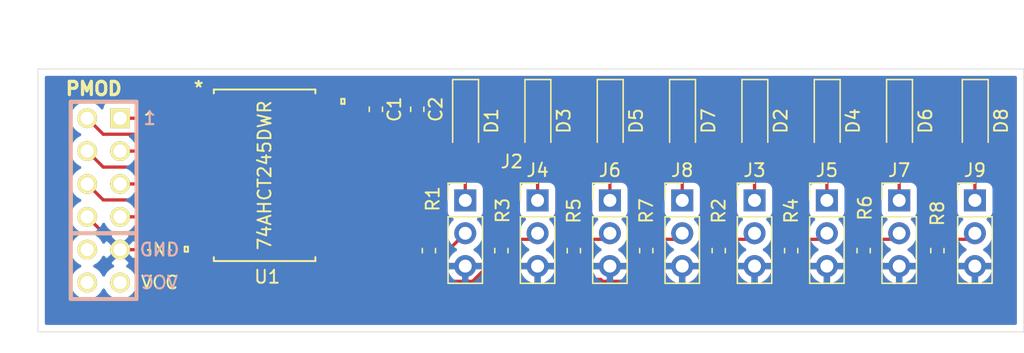
<source format=kicad_pcb>
(kicad_pcb (version 20171130) (host pcbnew 5.1.5)

  (general
    (thickness 1.6)
    (drawings 4)
    (tracks 137)
    (zones 0)
    (modules 28)
    (nets 38)
  )

  (page A4)
  (layers
    (0 F.Cu signal)
    (31 B.Cu signal)
    (32 B.Adhes user)
    (33 F.Adhes user)
    (34 B.Paste user)
    (35 F.Paste user)
    (36 B.SilkS user)
    (37 F.SilkS user)
    (38 B.Mask user)
    (39 F.Mask user)
    (40 Dwgs.User user)
    (41 Cmts.User user)
    (42 Eco1.User user)
    (43 Eco2.User user)
    (44 Edge.Cuts user)
    (45 Margin user)
    (46 B.CrtYd user)
    (47 F.CrtYd user)
    (48 B.Fab user hide)
    (49 F.Fab user hide)
  )

  (setup
    (last_trace_width 0.25)
    (user_trace_width 1)
    (trace_clearance 0.2)
    (zone_clearance 0.508)
    (zone_45_only no)
    (trace_min 0.2)
    (via_size 0.8)
    (via_drill 0.4)
    (via_min_size 0.4)
    (via_min_drill 0.3)
    (uvia_size 0.3)
    (uvia_drill 0.1)
    (uvias_allowed no)
    (uvia_min_size 0.2)
    (uvia_min_drill 0.1)
    (edge_width 0.05)
    (segment_width 0.2)
    (pcb_text_width 0.3)
    (pcb_text_size 1.5 1.5)
    (mod_edge_width 0.12)
    (mod_text_size 1 1)
    (mod_text_width 0.15)
    (pad_size 1.524 1.524)
    (pad_drill 0.762)
    (pad_to_mask_clearance 0.051)
    (solder_mask_min_width 0.25)
    (aux_axis_origin 0 0)
    (visible_elements FFFFFF7F)
    (pcbplotparams
      (layerselection 0x010fc_ffffffff)
      (usegerberextensions false)
      (usegerberattributes false)
      (usegerberadvancedattributes false)
      (creategerberjobfile false)
      (excludeedgelayer true)
      (linewidth 0.100000)
      (plotframeref false)
      (viasonmask false)
      (mode 1)
      (useauxorigin false)
      (hpglpennumber 1)
      (hpglpenspeed 20)
      (hpglpendiameter 15.000000)
      (psnegative false)
      (psa4output false)
      (plotreference true)
      (plotvalue true)
      (plotinvisibletext false)
      (padsonsilk false)
      (subtractmaskfromsilk false)
      (outputformat 1)
      (mirror false)
      (drillshape 1)
      (scaleselection 1)
      (outputdirectory ""))
  )

  (net 0 "")
  (net 1 "Net-(D1-Pad2)")
  (net 2 +5V)
  (net 3 "Net-(J1-Pad1)")
  (net 4 "Net-(J1-Pad7)")
  (net 5 "Net-(J1-Pad2)")
  (net 6 "Net-(J1-Pad8)")
  (net 7 "Net-(J1-Pad3)")
  (net 8 "Net-(J1-Pad9)")
  (net 9 "Net-(J1-Pad4)")
  (net 10 "Net-(J1-Pad10)")
  (net 11 GND)
  (net 12 "Net-(J1-Pad11)")
  (net 13 VCC)
  (net 14 "Net-(J1-Pad12)")
  (net 15 "Net-(J2-Pad2)")
  (net 16 "Net-(J3-Pad2)")
  (net 17 "Net-(J4-Pad2)")
  (net 18 "Net-(J5-Pad2)")
  (net 19 "Net-(J6-Pad2)")
  (net 20 "Net-(J7-Pad2)")
  (net 21 "Net-(J8-Pad2)")
  (net 22 "Net-(J9-Pad2)")
  (net 23 "Net-(R1-Pad1)")
  (net 24 "Net-(R2-Pad1)")
  (net 25 "Net-(R3-Pad1)")
  (net 26 "Net-(R4-Pad1)")
  (net 27 "Net-(R5-Pad1)")
  (net 28 "Net-(R6-Pad1)")
  (net 29 "Net-(R7-Pad1)")
  (net 30 "Net-(R8-Pad1)")
  (net 31 "Net-(D2-Pad2)")
  (net 32 "Net-(D3-Pad2)")
  (net 33 "Net-(D4-Pad2)")
  (net 34 "Net-(D5-Pad2)")
  (net 35 "Net-(D6-Pad2)")
  (net 36 "Net-(D7-Pad2)")
  (net 37 "Net-(D8-Pad2)")

  (net_class Default "This is the default net class."
    (clearance 0.2)
    (trace_width 0.25)
    (via_dia 0.8)
    (via_drill 0.4)
    (uvia_dia 0.3)
    (uvia_drill 0.1)
    (add_net +5V)
    (add_net GND)
    (add_net "Net-(D1-Pad2)")
    (add_net "Net-(D2-Pad2)")
    (add_net "Net-(D3-Pad2)")
    (add_net "Net-(D4-Pad2)")
    (add_net "Net-(D5-Pad2)")
    (add_net "Net-(D6-Pad2)")
    (add_net "Net-(D7-Pad2)")
    (add_net "Net-(D8-Pad2)")
    (add_net "Net-(J1-Pad1)")
    (add_net "Net-(J1-Pad10)")
    (add_net "Net-(J1-Pad11)")
    (add_net "Net-(J1-Pad12)")
    (add_net "Net-(J1-Pad2)")
    (add_net "Net-(J1-Pad3)")
    (add_net "Net-(J1-Pad4)")
    (add_net "Net-(J1-Pad7)")
    (add_net "Net-(J1-Pad8)")
    (add_net "Net-(J1-Pad9)")
    (add_net "Net-(J2-Pad2)")
    (add_net "Net-(J3-Pad2)")
    (add_net "Net-(J4-Pad2)")
    (add_net "Net-(J5-Pad2)")
    (add_net "Net-(J6-Pad2)")
    (add_net "Net-(J7-Pad2)")
    (add_net "Net-(J8-Pad2)")
    (add_net "Net-(J9-Pad2)")
    (add_net "Net-(R1-Pad1)")
    (add_net "Net-(R2-Pad1)")
    (add_net "Net-(R3-Pad1)")
    (add_net "Net-(R4-Pad1)")
    (add_net "Net-(R5-Pad1)")
    (add_net "Net-(R6-Pad1)")
    (add_net "Net-(R7-Pad1)")
    (add_net "Net-(R8-Pad1)")
    (add_net VCC)
  )

  (module level:SN74AHCT245DWR (layer F.Cu) (tedit 0) (tstamp 5E817077)
    (at 111.5 51.4)
    (path /5E714E50)
    (fp_text reference U1 (at 0.2 7.85) (layer F.SilkS)
      (effects (font (size 1 1) (thickness 0.15)))
    )
    (fp_text value 74AHCT245DWR (at 0 0 -90) (layer F.SilkS)
      (effects (font (size 1 1) (thickness 0.15)))
    )
    (fp_text user "Copyright 2016 Accelerated Designs. All rights reserved." (at 0 0) (layer Cmts.User)
      (effects (font (size 0.127 0.127) (thickness 0.002)))
    )
    (fp_text user * (at -5.1 -6.75) (layer F.SilkS)
      (effects (font (size 1 1) (thickness 0.15)))
    )
    (fp_text user * (at -3.4163 -6.4262) (layer F.Fab)
      (effects (font (size 1 1) (thickness 0.15)))
    )
    (fp_text user 0.05in/1.27mm (at -2.54 -12.7) (layer Dwgs.User)
      (effects (font (size 1 1) (thickness 0.15)))
    )
    (fp_text user 0.022in/0.568mm (at -0.15 -9.9) (layer Dwgs.User)
      (effects (font (size 1 1) (thickness 0.15)))
    )
    (fp_text user 0.369in/9.373mm (at 0.6 12.9) (layer Dwgs.User)
      (effects (font (size 1 1) (thickness 0.15)))
    )
    (fp_text user 0.078in/1.97mm (at -4.6863 8.9154) (layer Dwgs.User)
      (effects (font (size 1 1) (thickness 0.15)))
    )
    (fp_text user * (at -5.1 -6.75) (layer F.SilkS)
      (effects (font (size 1 1) (thickness 0.15)))
    )
    (fp_text user * (at -3.4163 -6.4262) (layer F.Fab)
      (effects (font (size 1 1) (thickness 0.15)))
    )
    (fp_line (start -3.7973 -5.461) (end -3.7973 -5.969) (layer F.Fab) (width 0.1524))
    (fp_line (start -3.7973 -5.969) (end -5.3213 -5.969) (layer F.Fab) (width 0.1524))
    (fp_line (start -5.3213 -5.969) (end -5.3213 -5.461) (layer F.Fab) (width 0.1524))
    (fp_line (start -5.3213 -5.461) (end -3.7973 -5.461) (layer F.Fab) (width 0.1524))
    (fp_line (start -3.7973 -4.191) (end -3.7973 -4.699) (layer F.Fab) (width 0.1524))
    (fp_line (start -3.7973 -4.699) (end -5.3213 -4.699) (layer F.Fab) (width 0.1524))
    (fp_line (start -5.3213 -4.699) (end -5.3213 -4.191) (layer F.Fab) (width 0.1524))
    (fp_line (start -5.3213 -4.191) (end -3.7973 -4.191) (layer F.Fab) (width 0.1524))
    (fp_line (start -3.7973 -2.921) (end -3.7973 -3.429) (layer F.Fab) (width 0.1524))
    (fp_line (start -3.7973 -3.429) (end -5.3213 -3.429) (layer F.Fab) (width 0.1524))
    (fp_line (start -5.3213 -3.429) (end -5.3213 -2.921) (layer F.Fab) (width 0.1524))
    (fp_line (start -5.3213 -2.921) (end -3.7973 -2.921) (layer F.Fab) (width 0.1524))
    (fp_line (start -3.7973 -1.651) (end -3.7973 -2.159) (layer F.Fab) (width 0.1524))
    (fp_line (start -3.7973 -2.159) (end -5.3213 -2.159) (layer F.Fab) (width 0.1524))
    (fp_line (start -5.3213 -2.159) (end -5.3213 -1.651) (layer F.Fab) (width 0.1524))
    (fp_line (start -5.3213 -1.651) (end -3.7973 -1.651) (layer F.Fab) (width 0.1524))
    (fp_line (start -3.7973 -0.381) (end -3.7973 -0.889) (layer F.Fab) (width 0.1524))
    (fp_line (start -3.7973 -0.889) (end -5.3213 -0.889) (layer F.Fab) (width 0.1524))
    (fp_line (start -5.3213 -0.889) (end -5.3213 -0.381) (layer F.Fab) (width 0.1524))
    (fp_line (start -5.3213 -0.381) (end -3.7973 -0.381) (layer F.Fab) (width 0.1524))
    (fp_line (start -3.7973 0.889) (end -3.7973 0.381) (layer F.Fab) (width 0.1524))
    (fp_line (start -3.7973 0.381) (end -5.3213 0.381) (layer F.Fab) (width 0.1524))
    (fp_line (start -5.3213 0.381) (end -5.3213 0.889) (layer F.Fab) (width 0.1524))
    (fp_line (start -5.3213 0.889) (end -3.7973 0.889) (layer F.Fab) (width 0.1524))
    (fp_line (start -3.7973 2.159) (end -3.7973 1.651) (layer F.Fab) (width 0.1524))
    (fp_line (start -3.7973 1.651) (end -5.3213 1.651) (layer F.Fab) (width 0.1524))
    (fp_line (start -5.3213 1.651) (end -5.3213 2.159) (layer F.Fab) (width 0.1524))
    (fp_line (start -5.3213 2.159) (end -3.7973 2.159) (layer F.Fab) (width 0.1524))
    (fp_line (start -3.7973 3.429) (end -3.7973 2.921) (layer F.Fab) (width 0.1524))
    (fp_line (start -3.7973 2.921) (end -5.3213 2.921) (layer F.Fab) (width 0.1524))
    (fp_line (start -5.3213 2.921) (end -5.3213 3.429) (layer F.Fab) (width 0.1524))
    (fp_line (start -5.3213 3.429) (end -3.7973 3.429) (layer F.Fab) (width 0.1524))
    (fp_line (start -3.7973 4.699) (end -3.7973 4.191) (layer F.Fab) (width 0.1524))
    (fp_line (start -3.7973 4.191) (end -5.3213 4.191) (layer F.Fab) (width 0.1524))
    (fp_line (start -5.3213 4.191) (end -5.3213 4.699) (layer F.Fab) (width 0.1524))
    (fp_line (start -5.3213 4.699) (end -3.7973 4.699) (layer F.Fab) (width 0.1524))
    (fp_line (start -3.7973 5.969) (end -3.7973 5.461) (layer F.Fab) (width 0.1524))
    (fp_line (start -3.7973 5.461) (end -5.3213 5.461) (layer F.Fab) (width 0.1524))
    (fp_line (start -5.3213 5.461) (end -5.3213 5.969) (layer F.Fab) (width 0.1524))
    (fp_line (start -5.3213 5.969) (end -3.7973 5.969) (layer F.Fab) (width 0.1524))
    (fp_line (start 3.7973 5.461) (end 3.7973 5.969) (layer F.Fab) (width 0.1524))
    (fp_line (start 3.7973 5.969) (end 5.3213 5.969) (layer F.Fab) (width 0.1524))
    (fp_line (start 5.3213 5.969) (end 5.3213 5.461) (layer F.Fab) (width 0.1524))
    (fp_line (start 5.3213 5.461) (end 3.7973 5.461) (layer F.Fab) (width 0.1524))
    (fp_line (start 3.7973 4.191) (end 3.7973 4.699) (layer F.Fab) (width 0.1524))
    (fp_line (start 3.7973 4.699) (end 5.3213 4.699) (layer F.Fab) (width 0.1524))
    (fp_line (start 5.3213 4.699) (end 5.3213 4.191) (layer F.Fab) (width 0.1524))
    (fp_line (start 5.3213 4.191) (end 3.7973 4.191) (layer F.Fab) (width 0.1524))
    (fp_line (start 3.7973 2.921) (end 3.7973 3.429) (layer F.Fab) (width 0.1524))
    (fp_line (start 3.7973 3.429) (end 5.3213 3.429) (layer F.Fab) (width 0.1524))
    (fp_line (start 5.3213 3.429) (end 5.3213 2.921) (layer F.Fab) (width 0.1524))
    (fp_line (start 5.3213 2.921) (end 3.7973 2.921) (layer F.Fab) (width 0.1524))
    (fp_line (start 3.7973 1.651) (end 3.7973 2.159) (layer F.Fab) (width 0.1524))
    (fp_line (start 3.7973 2.159) (end 5.3213 2.159) (layer F.Fab) (width 0.1524))
    (fp_line (start 5.3213 2.159) (end 5.3213 1.651) (layer F.Fab) (width 0.1524))
    (fp_line (start 5.3213 1.651) (end 3.7973 1.651) (layer F.Fab) (width 0.1524))
    (fp_line (start 3.7973 0.381) (end 3.7973 0.889) (layer F.Fab) (width 0.1524))
    (fp_line (start 3.7973 0.889) (end 5.3213 0.889) (layer F.Fab) (width 0.1524))
    (fp_line (start 5.3213 0.889) (end 5.3213 0.381) (layer F.Fab) (width 0.1524))
    (fp_line (start 5.3213 0.381) (end 3.7973 0.381) (layer F.Fab) (width 0.1524))
    (fp_line (start 3.7973 -0.889) (end 3.7973 -0.381) (layer F.Fab) (width 0.1524))
    (fp_line (start 3.7973 -0.381) (end 5.3213 -0.381) (layer F.Fab) (width 0.1524))
    (fp_line (start 5.3213 -0.381) (end 5.3213 -0.889) (layer F.Fab) (width 0.1524))
    (fp_line (start 5.3213 -0.889) (end 3.7973 -0.889) (layer F.Fab) (width 0.1524))
    (fp_line (start 3.7973 -2.159) (end 3.7973 -1.651) (layer F.Fab) (width 0.1524))
    (fp_line (start 3.7973 -1.651) (end 5.3213 -1.651) (layer F.Fab) (width 0.1524))
    (fp_line (start 5.3213 -1.651) (end 5.3213 -2.159) (layer F.Fab) (width 0.1524))
    (fp_line (start 5.3213 -2.159) (end 3.7973 -2.159) (layer F.Fab) (width 0.1524))
    (fp_line (start 3.7973 -3.429) (end 3.7973 -2.921) (layer F.Fab) (width 0.1524))
    (fp_line (start 3.7973 -2.921) (end 5.3213 -2.921) (layer F.Fab) (width 0.1524))
    (fp_line (start 5.3213 -2.921) (end 5.3213 -3.429) (layer F.Fab) (width 0.1524))
    (fp_line (start 5.3213 -3.429) (end 3.7973 -3.429) (layer F.Fab) (width 0.1524))
    (fp_line (start 3.7973 -4.699) (end 3.7973 -4.191) (layer F.Fab) (width 0.1524))
    (fp_line (start 3.7973 -4.191) (end 5.3213 -4.191) (layer F.Fab) (width 0.1524))
    (fp_line (start 5.3213 -4.191) (end 5.3213 -4.699) (layer F.Fab) (width 0.1524))
    (fp_line (start 5.3213 -4.699) (end 3.7973 -4.699) (layer F.Fab) (width 0.1524))
    (fp_line (start 3.7973 -5.969) (end 3.7973 -5.461) (layer F.Fab) (width 0.1524))
    (fp_line (start 3.7973 -5.461) (end 5.3213 -5.461) (layer F.Fab) (width 0.1524))
    (fp_line (start 5.3213 -5.461) (end 5.3213 -5.969) (layer F.Fab) (width 0.1524))
    (fp_line (start 5.3213 -5.969) (end 3.7973 -5.969) (layer F.Fab) (width 0.1524))
    (fp_line (start -3.9243 6.6294) (end 3.9243 6.6294) (layer F.SilkS) (width 0.1524))
    (fp_line (start 3.9243 6.6294) (end 3.9243 6.33174) (layer F.SilkS) (width 0.1524))
    (fp_line (start 3.9243 -6.6294) (end -3.9243 -6.6294) (layer F.SilkS) (width 0.1524))
    (fp_line (start -3.9243 -6.6294) (end -3.9243 -6.33174) (layer F.SilkS) (width 0.1524))
    (fp_line (start -3.7973 6.5024) (end 3.7973 6.5024) (layer F.Fab) (width 0.1524))
    (fp_line (start 3.7973 6.5024) (end 3.7973 -6.5024) (layer F.Fab) (width 0.1524))
    (fp_line (start 3.7973 -6.5024) (end -3.7973 -6.5024) (layer F.Fab) (width 0.1524))
    (fp_line (start -3.7973 -6.5024) (end -3.7973 6.5024) (layer F.Fab) (width 0.1524))
    (fp_line (start -3.9243 6.33174) (end -3.9243 6.6294) (layer F.SilkS) (width 0.1524))
    (fp_line (start 3.9243 -6.33174) (end 3.9243 -6.6294) (layer F.SilkS) (width 0.1524))
    (fp_line (start -6.179299 5.5245) (end -6.179299 5.9055) (layer F.SilkS) (width 0.1524))
    (fp_line (start -6.179299 5.9055) (end -5.925299 5.9055) (layer F.SilkS) (width 0.1524))
    (fp_line (start -5.925299 5.9055) (end -5.925299 5.5245) (layer F.SilkS) (width 0.1524))
    (fp_line (start -5.925299 5.5245) (end -6.179299 5.5245) (layer F.SilkS) (width 0.1524))
    (fp_line (start 6.179299 -5.9055) (end 6.179299 -5.5245) (layer F.SilkS) (width 0.1524))
    (fp_line (start 6.179299 -5.5245) (end 5.925299 -5.5245) (layer F.SilkS) (width 0.1524))
    (fp_line (start 5.925299 -5.5245) (end 5.925299 -5.9055) (layer F.SilkS) (width 0.1524))
    (fp_line (start 5.925299 -5.9055) (end 6.179299 -5.9055) (layer F.SilkS) (width 0.1524))
    (fp_line (start -5.925299 6.253) (end -5.925299 -6.253) (layer F.CrtYd) (width 0.1524))
    (fp_line (start -5.925299 -6.253) (end -4.0513 -6.253) (layer F.CrtYd) (width 0.1524))
    (fp_line (start -4.0513 -6.253) (end -4.0513 -6.7564) (layer F.CrtYd) (width 0.1524))
    (fp_line (start -4.0513 -6.7564) (end 4.0513 -6.7564) (layer F.CrtYd) (width 0.1524))
    (fp_line (start 4.0513 -6.7564) (end 4.0513 -6.253) (layer F.CrtYd) (width 0.1524))
    (fp_line (start 4.0513 -6.253) (end 5.925299 -6.253) (layer F.CrtYd) (width 0.1524))
    (fp_line (start 5.925299 -6.253) (end 5.925299 6.253) (layer F.CrtYd) (width 0.1524))
    (fp_line (start 5.925299 6.253) (end 4.0513 6.253) (layer F.CrtYd) (width 0.1524))
    (fp_line (start 4.0513 6.253) (end 4.0513 6.7564) (layer F.CrtYd) (width 0.1524))
    (fp_line (start 4.0513 6.7564) (end -4.0513 6.7564) (layer F.CrtYd) (width 0.1524))
    (fp_line (start -4.0513 6.7564) (end -4.0513 6.253) (layer F.CrtYd) (width 0.1524))
    (fp_line (start -4.0513 6.253) (end -5.925299 6.253) (layer F.CrtYd) (width 0.1524))
    (fp_arc (start 0 -6.5024) (end 0.3048 -6.5024) (angle 180) (layer F.Fab) (width 0.1524))
    (pad 1 smd rect (at -4.6863 -5.715) (size 1.969999 0.568) (layers F.Cu F.Paste F.Mask)
      (net 2 +5V))
    (pad 2 smd rect (at -4.6863 -4.445) (size 1.969999 0.568) (layers F.Cu F.Paste F.Mask)
      (net 3 "Net-(J1-Pad1)"))
    (pad 3 smd rect (at -4.6863 -3.175) (size 1.969999 0.568) (layers F.Cu F.Paste F.Mask)
      (net 4 "Net-(J1-Pad7)"))
    (pad 4 smd rect (at -4.6863 -1.905) (size 1.969999 0.568) (layers F.Cu F.Paste F.Mask)
      (net 5 "Net-(J1-Pad2)"))
    (pad 5 smd rect (at -4.6863 -0.635) (size 1.969999 0.568) (layers F.Cu F.Paste F.Mask)
      (net 6 "Net-(J1-Pad8)"))
    (pad 6 smd rect (at -4.6863 0.635) (size 1.969999 0.568) (layers F.Cu F.Paste F.Mask)
      (net 7 "Net-(J1-Pad3)"))
    (pad 7 smd rect (at -4.6863 1.905) (size 1.969999 0.568) (layers F.Cu F.Paste F.Mask)
      (net 8 "Net-(J1-Pad9)"))
    (pad 8 smd rect (at -4.6863 3.175) (size 1.969999 0.568) (layers F.Cu F.Paste F.Mask)
      (net 9 "Net-(J1-Pad4)"))
    (pad 9 smd rect (at -4.6863 4.445) (size 1.969999 0.568) (layers F.Cu F.Paste F.Mask)
      (net 10 "Net-(J1-Pad10)"))
    (pad 10 smd rect (at -4.6863 5.715) (size 1.969999 0.568) (layers F.Cu F.Paste F.Mask)
      (net 11 GND))
    (pad 11 smd rect (at 4.6863 5.715) (size 1.969999 0.568) (layers F.Cu F.Paste F.Mask)
      (net 30 "Net-(R8-Pad1)"))
    (pad 12 smd rect (at 4.6863 4.445) (size 1.969999 0.568) (layers F.Cu F.Paste F.Mask)
      (net 28 "Net-(R6-Pad1)"))
    (pad 13 smd rect (at 4.6863 3.175) (size 1.969999 0.568) (layers F.Cu F.Paste F.Mask)
      (net 26 "Net-(R4-Pad1)"))
    (pad 14 smd rect (at 4.6863 1.905) (size 1.969999 0.568) (layers F.Cu F.Paste F.Mask)
      (net 24 "Net-(R2-Pad1)"))
    (pad 15 smd rect (at 4.6863 0.635) (size 1.969999 0.568) (layers F.Cu F.Paste F.Mask)
      (net 29 "Net-(R7-Pad1)"))
    (pad 16 smd rect (at 4.6863 -0.635) (size 1.969999 0.568) (layers F.Cu F.Paste F.Mask)
      (net 27 "Net-(R5-Pad1)"))
    (pad 17 smd rect (at 4.6863 -1.905) (size 1.969999 0.568) (layers F.Cu F.Paste F.Mask)
      (net 25 "Net-(R3-Pad1)"))
    (pad 18 smd rect (at 4.6863 -3.175) (size 1.969999 0.568) (layers F.Cu F.Paste F.Mask)
      (net 23 "Net-(R1-Pad1)"))
    (pad 19 smd rect (at 4.6863 -4.445) (size 1.969999 0.568) (layers F.Cu F.Paste F.Mask)
      (net 11 GND))
    (pad 20 smd rect (at 4.6863 -5.715) (size 1.969999 0.568) (layers F.Cu F.Paste F.Mask)
      (net 2 +5V))
  )

  (module diode:D_SOD-123_hand (layer F.Cu) (tedit 5E7E5FB4) (tstamp 5E82CFF2)
    (at 127.033967 47.2 270)
    (descr SOD-123)
    (tags SOD-123)
    (path /5E844627)
    (attr smd)
    (fp_text reference D1 (at 0 -2 90) (layer F.SilkS)
      (effects (font (size 1 1) (thickness 0.15)))
    )
    (fp_text value D_Schottky (at 0 2.1 90) (layer F.Fab)
      (effects (font (size 1 1) (thickness 0.15)))
    )
    (fp_text user %R (at 0 -2 90) (layer F.Fab)
      (effects (font (size 1 1) (thickness 0.15)))
    )
    (fp_line (start -3.2 -1) (end -3.2 1) (layer F.SilkS) (width 0.12))
    (fp_line (start 0.25 0) (end 0.75 0) (layer F.Fab) (width 0.1))
    (fp_line (start 0.25 0.4) (end -0.35 0) (layer F.Fab) (width 0.1))
    (fp_line (start 0.25 -0.4) (end 0.25 0.4) (layer F.Fab) (width 0.1))
    (fp_line (start -0.35 0) (end 0.25 -0.4) (layer F.Fab) (width 0.1))
    (fp_line (start -0.35 0) (end -0.35 0.55) (layer F.Fab) (width 0.1))
    (fp_line (start -0.35 0) (end -0.35 -0.55) (layer F.Fab) (width 0.1))
    (fp_line (start -0.75 0) (end -0.35 0) (layer F.Fab) (width 0.1))
    (fp_line (start -1.4 0.9) (end -1.4 -0.9) (layer F.Fab) (width 0.1))
    (fp_line (start 1.4 0.9) (end -1.4 0.9) (layer F.Fab) (width 0.1))
    (fp_line (start 1.4 -0.9) (end 1.4 0.9) (layer F.Fab) (width 0.1))
    (fp_line (start -1.4 -0.9) (end 1.4 -0.9) (layer F.Fab) (width 0.1))
    (fp_line (start -3.3 -1.15) (end 3.2 -1.15) (layer F.CrtYd) (width 0.05))
    (fp_line (start 3.2 -1.15) (end 3.2 1.2) (layer F.CrtYd) (width 0.05))
    (fp_line (start 3.2 1.2) (end -3.3 1.2) (layer F.CrtYd) (width 0.05))
    (fp_line (start -3.3 -1.15) (end -3.3 1.2) (layer F.CrtYd) (width 0.05))
    (fp_line (start -3.2 1) (end 1.65 1) (layer F.SilkS) (width 0.12))
    (fp_line (start -3.2 -1) (end 1.65 -1) (layer F.SilkS) (width 0.12))
    (pad 1 smd rect (at -2.15 0 270) (size 1.9 1.2) (layers F.Cu F.Paste F.Mask)
      (net 2 +5V))
    (pad 2 smd rect (at 2.15 0 270) (size 1.9 1.2) (layers F.Cu F.Paste F.Mask)
      (net 1 "Net-(D1-Pad2)"))
    (model ${KISYS3DMOD}/Diode_SMD.3dshapes/D_SOD-123.wrl
      (at (xyz 0 0 0))
      (scale (xyz 1 1 1))
      (rotate (xyz 0 0 0))
    )
  )

  (module diode:D_SOD-123_hand (layer F.Cu) (tedit 5E7E5FB4) (tstamp 5E816DCE)
    (at 149.393587 47.2 270)
    (descr SOD-123)
    (tags SOD-123)
    (path /5E88651A)
    (attr smd)
    (fp_text reference D2 (at 0 -2 90) (layer F.SilkS)
      (effects (font (size 1 1) (thickness 0.15)))
    )
    (fp_text value D_Schottky (at 0 2.1 90) (layer F.Fab)
      (effects (font (size 1 1) (thickness 0.15)))
    )
    (fp_line (start -3.2 -1) (end 1.65 -1) (layer F.SilkS) (width 0.12))
    (fp_line (start -3.2 1) (end 1.65 1) (layer F.SilkS) (width 0.12))
    (fp_line (start -3.3 -1.15) (end -3.3 1.2) (layer F.CrtYd) (width 0.05))
    (fp_line (start 3.2 1.2) (end -3.3 1.2) (layer F.CrtYd) (width 0.05))
    (fp_line (start 3.2 -1.15) (end 3.2 1.2) (layer F.CrtYd) (width 0.05))
    (fp_line (start -3.3 -1.15) (end 3.2 -1.15) (layer F.CrtYd) (width 0.05))
    (fp_line (start -1.4 -0.9) (end 1.4 -0.9) (layer F.Fab) (width 0.1))
    (fp_line (start 1.4 -0.9) (end 1.4 0.9) (layer F.Fab) (width 0.1))
    (fp_line (start 1.4 0.9) (end -1.4 0.9) (layer F.Fab) (width 0.1))
    (fp_line (start -1.4 0.9) (end -1.4 -0.9) (layer F.Fab) (width 0.1))
    (fp_line (start -0.75 0) (end -0.35 0) (layer F.Fab) (width 0.1))
    (fp_line (start -0.35 0) (end -0.35 -0.55) (layer F.Fab) (width 0.1))
    (fp_line (start -0.35 0) (end -0.35 0.55) (layer F.Fab) (width 0.1))
    (fp_line (start -0.35 0) (end 0.25 -0.4) (layer F.Fab) (width 0.1))
    (fp_line (start 0.25 -0.4) (end 0.25 0.4) (layer F.Fab) (width 0.1))
    (fp_line (start 0.25 0.4) (end -0.35 0) (layer F.Fab) (width 0.1))
    (fp_line (start 0.25 0) (end 0.75 0) (layer F.Fab) (width 0.1))
    (fp_line (start -3.2 -1) (end -3.2 1) (layer F.SilkS) (width 0.12))
    (fp_text user %R (at 0 -2 90) (layer F.Fab)
      (effects (font (size 1 1) (thickness 0.15)))
    )
    (pad 2 smd rect (at 2.15 0 270) (size 1.9 1.2) (layers F.Cu F.Paste F.Mask)
      (net 31 "Net-(D2-Pad2)"))
    (pad 1 smd rect (at -2.15 0 270) (size 1.9 1.2) (layers F.Cu F.Paste F.Mask)
      (net 2 +5V))
    (model ${KISYS3DMOD}/Diode_SMD.3dshapes/D_SOD-123.wrl
      (at (xyz 0 0 0))
      (scale (xyz 1 1 1))
      (rotate (xyz 0 0 0))
    )
  )

  (module diode:D_SOD-123_hand (layer F.Cu) (tedit 5E7E5FB4) (tstamp 5E82CF31)
    (at 132.623872 47.2 270)
    (descr SOD-123)
    (tags SOD-123)
    (path /5E884990)
    (attr smd)
    (fp_text reference D3 (at 0 -2 90) (layer F.SilkS)
      (effects (font (size 1 1) (thickness 0.15)))
    )
    (fp_text value D_Schottky (at 0 2.1 90) (layer F.Fab)
      (effects (font (size 1 1) (thickness 0.15)))
    )
    (fp_line (start -3.2 -1) (end 1.65 -1) (layer F.SilkS) (width 0.12))
    (fp_line (start -3.2 1) (end 1.65 1) (layer F.SilkS) (width 0.12))
    (fp_line (start -3.3 -1.15) (end -3.3 1.2) (layer F.CrtYd) (width 0.05))
    (fp_line (start 3.2 1.2) (end -3.3 1.2) (layer F.CrtYd) (width 0.05))
    (fp_line (start 3.2 -1.15) (end 3.2 1.2) (layer F.CrtYd) (width 0.05))
    (fp_line (start -3.3 -1.15) (end 3.2 -1.15) (layer F.CrtYd) (width 0.05))
    (fp_line (start -1.4 -0.9) (end 1.4 -0.9) (layer F.Fab) (width 0.1))
    (fp_line (start 1.4 -0.9) (end 1.4 0.9) (layer F.Fab) (width 0.1))
    (fp_line (start 1.4 0.9) (end -1.4 0.9) (layer F.Fab) (width 0.1))
    (fp_line (start -1.4 0.9) (end -1.4 -0.9) (layer F.Fab) (width 0.1))
    (fp_line (start -0.75 0) (end -0.35 0) (layer F.Fab) (width 0.1))
    (fp_line (start -0.35 0) (end -0.35 -0.55) (layer F.Fab) (width 0.1))
    (fp_line (start -0.35 0) (end -0.35 0.55) (layer F.Fab) (width 0.1))
    (fp_line (start -0.35 0) (end 0.25 -0.4) (layer F.Fab) (width 0.1))
    (fp_line (start 0.25 -0.4) (end 0.25 0.4) (layer F.Fab) (width 0.1))
    (fp_line (start 0.25 0.4) (end -0.35 0) (layer F.Fab) (width 0.1))
    (fp_line (start 0.25 0) (end 0.75 0) (layer F.Fab) (width 0.1))
    (fp_line (start -3.2 -1) (end -3.2 1) (layer F.SilkS) (width 0.12))
    (fp_text user %R (at 0 -2 90) (layer F.Fab)
      (effects (font (size 1 1) (thickness 0.15)))
    )
    (pad 2 smd rect (at 2.15 0 270) (size 1.9 1.2) (layers F.Cu F.Paste F.Mask)
      (net 32 "Net-(D3-Pad2)"))
    (pad 1 smd rect (at -2.15 0 270) (size 1.9 1.2) (layers F.Cu F.Paste F.Mask)
      (net 2 +5V))
    (model ${KISYS3DMOD}/Diode_SMD.3dshapes/D_SOD-123.wrl
      (at (xyz 0 0 0))
      (scale (xyz 1 1 1))
      (rotate (xyz 0 0 0))
    )
  )

  (module diode:D_SOD-123_hand (layer F.Cu) (tedit 5E7E5FB4) (tstamp 5E816E00)
    (at 154.983492 47.2 270)
    (descr SOD-123)
    (tags SOD-123)
    (path /5E886E99)
    (attr smd)
    (fp_text reference D4 (at 0 -2 90) (layer F.SilkS)
      (effects (font (size 1 1) (thickness 0.15)))
    )
    (fp_text value D_Schottky (at 0 2.1 90) (layer F.Fab)
      (effects (font (size 1 1) (thickness 0.15)))
    )
    (fp_text user %R (at 0 -2 90) (layer F.Fab)
      (effects (font (size 1 1) (thickness 0.15)))
    )
    (fp_line (start -3.2 -1) (end -3.2 1) (layer F.SilkS) (width 0.12))
    (fp_line (start 0.25 0) (end 0.75 0) (layer F.Fab) (width 0.1))
    (fp_line (start 0.25 0.4) (end -0.35 0) (layer F.Fab) (width 0.1))
    (fp_line (start 0.25 -0.4) (end 0.25 0.4) (layer F.Fab) (width 0.1))
    (fp_line (start -0.35 0) (end 0.25 -0.4) (layer F.Fab) (width 0.1))
    (fp_line (start -0.35 0) (end -0.35 0.55) (layer F.Fab) (width 0.1))
    (fp_line (start -0.35 0) (end -0.35 -0.55) (layer F.Fab) (width 0.1))
    (fp_line (start -0.75 0) (end -0.35 0) (layer F.Fab) (width 0.1))
    (fp_line (start -1.4 0.9) (end -1.4 -0.9) (layer F.Fab) (width 0.1))
    (fp_line (start 1.4 0.9) (end -1.4 0.9) (layer F.Fab) (width 0.1))
    (fp_line (start 1.4 -0.9) (end 1.4 0.9) (layer F.Fab) (width 0.1))
    (fp_line (start -1.4 -0.9) (end 1.4 -0.9) (layer F.Fab) (width 0.1))
    (fp_line (start -3.3 -1.15) (end 3.2 -1.15) (layer F.CrtYd) (width 0.05))
    (fp_line (start 3.2 -1.15) (end 3.2 1.2) (layer F.CrtYd) (width 0.05))
    (fp_line (start 3.2 1.2) (end -3.3 1.2) (layer F.CrtYd) (width 0.05))
    (fp_line (start -3.3 -1.15) (end -3.3 1.2) (layer F.CrtYd) (width 0.05))
    (fp_line (start -3.2 1) (end 1.65 1) (layer F.SilkS) (width 0.12))
    (fp_line (start -3.2 -1) (end 1.65 -1) (layer F.SilkS) (width 0.12))
    (pad 1 smd rect (at -2.15 0 270) (size 1.9 1.2) (layers F.Cu F.Paste F.Mask)
      (net 2 +5V))
    (pad 2 smd rect (at 2.15 0 270) (size 1.9 1.2) (layers F.Cu F.Paste F.Mask)
      (net 33 "Net-(D4-Pad2)"))
    (model ${KISYS3DMOD}/Diode_SMD.3dshapes/D_SOD-123.wrl
      (at (xyz 0 0 0))
      (scale (xyz 1 1 1))
      (rotate (xyz 0 0 0))
    )
  )

  (module diode:D_SOD-123_hand (layer F.Cu) (tedit 5E7E5FB4) (tstamp 5E816E19)
    (at 138.213777 47.2 270)
    (descr SOD-123)
    (tags SOD-123)
    (path /5E88505E)
    (attr smd)
    (fp_text reference D5 (at 0 -2 90) (layer F.SilkS)
      (effects (font (size 1 1) (thickness 0.15)))
    )
    (fp_text value D_Schottky (at 0 2.1 90) (layer F.Fab)
      (effects (font (size 1 1) (thickness 0.15)))
    )
    (fp_line (start -3.2 -1) (end 1.65 -1) (layer F.SilkS) (width 0.12))
    (fp_line (start -3.2 1) (end 1.65 1) (layer F.SilkS) (width 0.12))
    (fp_line (start -3.3 -1.15) (end -3.3 1.2) (layer F.CrtYd) (width 0.05))
    (fp_line (start 3.2 1.2) (end -3.3 1.2) (layer F.CrtYd) (width 0.05))
    (fp_line (start 3.2 -1.15) (end 3.2 1.2) (layer F.CrtYd) (width 0.05))
    (fp_line (start -3.3 -1.15) (end 3.2 -1.15) (layer F.CrtYd) (width 0.05))
    (fp_line (start -1.4 -0.9) (end 1.4 -0.9) (layer F.Fab) (width 0.1))
    (fp_line (start 1.4 -0.9) (end 1.4 0.9) (layer F.Fab) (width 0.1))
    (fp_line (start 1.4 0.9) (end -1.4 0.9) (layer F.Fab) (width 0.1))
    (fp_line (start -1.4 0.9) (end -1.4 -0.9) (layer F.Fab) (width 0.1))
    (fp_line (start -0.75 0) (end -0.35 0) (layer F.Fab) (width 0.1))
    (fp_line (start -0.35 0) (end -0.35 -0.55) (layer F.Fab) (width 0.1))
    (fp_line (start -0.35 0) (end -0.35 0.55) (layer F.Fab) (width 0.1))
    (fp_line (start -0.35 0) (end 0.25 -0.4) (layer F.Fab) (width 0.1))
    (fp_line (start 0.25 -0.4) (end 0.25 0.4) (layer F.Fab) (width 0.1))
    (fp_line (start 0.25 0.4) (end -0.35 0) (layer F.Fab) (width 0.1))
    (fp_line (start 0.25 0) (end 0.75 0) (layer F.Fab) (width 0.1))
    (fp_line (start -3.2 -1) (end -3.2 1) (layer F.SilkS) (width 0.12))
    (fp_text user %R (at 0 -2 90) (layer F.Fab)
      (effects (font (size 1 1) (thickness 0.15)))
    )
    (pad 2 smd rect (at 2.15 0 270) (size 1.9 1.2) (layers F.Cu F.Paste F.Mask)
      (net 34 "Net-(D5-Pad2)"))
    (pad 1 smd rect (at -2.15 0 270) (size 1.9 1.2) (layers F.Cu F.Paste F.Mask)
      (net 2 +5V))
    (model ${KISYS3DMOD}/Diode_SMD.3dshapes/D_SOD-123.wrl
      (at (xyz 0 0 0))
      (scale (xyz 1 1 1))
      (rotate (xyz 0 0 0))
    )
  )

  (module diode:D_SOD-123_hand (layer F.Cu) (tedit 5E7E5FB4) (tstamp 5E816E32)
    (at 160.573397 47.2 270)
    (descr SOD-123)
    (tags SOD-123)
    (path /5E88775B)
    (attr smd)
    (fp_text reference D6 (at 0 -2 90) (layer F.SilkS)
      (effects (font (size 1 1) (thickness 0.15)))
    )
    (fp_text value D_Schottky (at 0 2.1 90) (layer F.Fab)
      (effects (font (size 1 1) (thickness 0.15)))
    )
    (fp_line (start -3.2 -1) (end 1.65 -1) (layer F.SilkS) (width 0.12))
    (fp_line (start -3.2 1) (end 1.65 1) (layer F.SilkS) (width 0.12))
    (fp_line (start -3.3 -1.15) (end -3.3 1.2) (layer F.CrtYd) (width 0.05))
    (fp_line (start 3.2 1.2) (end -3.3 1.2) (layer F.CrtYd) (width 0.05))
    (fp_line (start 3.2 -1.15) (end 3.2 1.2) (layer F.CrtYd) (width 0.05))
    (fp_line (start -3.3 -1.15) (end 3.2 -1.15) (layer F.CrtYd) (width 0.05))
    (fp_line (start -1.4 -0.9) (end 1.4 -0.9) (layer F.Fab) (width 0.1))
    (fp_line (start 1.4 -0.9) (end 1.4 0.9) (layer F.Fab) (width 0.1))
    (fp_line (start 1.4 0.9) (end -1.4 0.9) (layer F.Fab) (width 0.1))
    (fp_line (start -1.4 0.9) (end -1.4 -0.9) (layer F.Fab) (width 0.1))
    (fp_line (start -0.75 0) (end -0.35 0) (layer F.Fab) (width 0.1))
    (fp_line (start -0.35 0) (end -0.35 -0.55) (layer F.Fab) (width 0.1))
    (fp_line (start -0.35 0) (end -0.35 0.55) (layer F.Fab) (width 0.1))
    (fp_line (start -0.35 0) (end 0.25 -0.4) (layer F.Fab) (width 0.1))
    (fp_line (start 0.25 -0.4) (end 0.25 0.4) (layer F.Fab) (width 0.1))
    (fp_line (start 0.25 0.4) (end -0.35 0) (layer F.Fab) (width 0.1))
    (fp_line (start 0.25 0) (end 0.75 0) (layer F.Fab) (width 0.1))
    (fp_line (start -3.2 -1) (end -3.2 1) (layer F.SilkS) (width 0.12))
    (fp_text user %R (at 0 -2 90) (layer F.Fab)
      (effects (font (size 1 1) (thickness 0.15)))
    )
    (pad 2 smd rect (at 2.15 0 270) (size 1.9 1.2) (layers F.Cu F.Paste F.Mask)
      (net 35 "Net-(D6-Pad2)"))
    (pad 1 smd rect (at -2.15 0 270) (size 1.9 1.2) (layers F.Cu F.Paste F.Mask)
      (net 2 +5V))
    (model ${KISYS3DMOD}/Diode_SMD.3dshapes/D_SOD-123.wrl
      (at (xyz 0 0 0))
      (scale (xyz 1 1 1))
      (rotate (xyz 0 0 0))
    )
  )

  (module diode:D_SOD-123_hand (layer F.Cu) (tedit 5E7E5FB4) (tstamp 5E816E4B)
    (at 143.803682 47.2 270)
    (descr SOD-123)
    (tags SOD-123)
    (path /5E8858C8)
    (attr smd)
    (fp_text reference D7 (at 0 -2 90) (layer F.SilkS)
      (effects (font (size 1 1) (thickness 0.15)))
    )
    (fp_text value D_Schottky (at 0 2.1 90) (layer F.Fab)
      (effects (font (size 1 1) (thickness 0.15)))
    )
    (fp_text user %R (at 0 -2 90) (layer F.Fab)
      (effects (font (size 1 1) (thickness 0.15)))
    )
    (fp_line (start -3.2 -1) (end -3.2 1) (layer F.SilkS) (width 0.12))
    (fp_line (start 0.25 0) (end 0.75 0) (layer F.Fab) (width 0.1))
    (fp_line (start 0.25 0.4) (end -0.35 0) (layer F.Fab) (width 0.1))
    (fp_line (start 0.25 -0.4) (end 0.25 0.4) (layer F.Fab) (width 0.1))
    (fp_line (start -0.35 0) (end 0.25 -0.4) (layer F.Fab) (width 0.1))
    (fp_line (start -0.35 0) (end -0.35 0.55) (layer F.Fab) (width 0.1))
    (fp_line (start -0.35 0) (end -0.35 -0.55) (layer F.Fab) (width 0.1))
    (fp_line (start -0.75 0) (end -0.35 0) (layer F.Fab) (width 0.1))
    (fp_line (start -1.4 0.9) (end -1.4 -0.9) (layer F.Fab) (width 0.1))
    (fp_line (start 1.4 0.9) (end -1.4 0.9) (layer F.Fab) (width 0.1))
    (fp_line (start 1.4 -0.9) (end 1.4 0.9) (layer F.Fab) (width 0.1))
    (fp_line (start -1.4 -0.9) (end 1.4 -0.9) (layer F.Fab) (width 0.1))
    (fp_line (start -3.3 -1.15) (end 3.2 -1.15) (layer F.CrtYd) (width 0.05))
    (fp_line (start 3.2 -1.15) (end 3.2 1.2) (layer F.CrtYd) (width 0.05))
    (fp_line (start 3.2 1.2) (end -3.3 1.2) (layer F.CrtYd) (width 0.05))
    (fp_line (start -3.3 -1.15) (end -3.3 1.2) (layer F.CrtYd) (width 0.05))
    (fp_line (start -3.2 1) (end 1.65 1) (layer F.SilkS) (width 0.12))
    (fp_line (start -3.2 -1) (end 1.65 -1) (layer F.SilkS) (width 0.12))
    (pad 1 smd rect (at -2.15 0 270) (size 1.9 1.2) (layers F.Cu F.Paste F.Mask)
      (net 2 +5V))
    (pad 2 smd rect (at 2.15 0 270) (size 1.9 1.2) (layers F.Cu F.Paste F.Mask)
      (net 36 "Net-(D7-Pad2)"))
    (model ${KISYS3DMOD}/Diode_SMD.3dshapes/D_SOD-123.wrl
      (at (xyz 0 0 0))
      (scale (xyz 1 1 1))
      (rotate (xyz 0 0 0))
    )
  )

  (module diode:D_SOD-123_hand (layer F.Cu) (tedit 5E7E5FB4) (tstamp 5E816E64)
    (at 166.42499 47.2 270)
    (descr SOD-123)
    (tags SOD-123)
    (path /5E88804B)
    (attr smd)
    (fp_text reference D8 (at 0 -2 90) (layer F.SilkS)
      (effects (font (size 1 1) (thickness 0.15)))
    )
    (fp_text value D_Schottky (at 0 2.1 90) (layer F.Fab)
      (effects (font (size 1 1) (thickness 0.15)))
    )
    (fp_text user %R (at 0 -2 90) (layer F.Fab)
      (effects (font (size 1 1) (thickness 0.15)))
    )
    (fp_line (start -3.2 -1) (end -3.2 1) (layer F.SilkS) (width 0.12))
    (fp_line (start 0.25 0) (end 0.75 0) (layer F.Fab) (width 0.1))
    (fp_line (start 0.25 0.4) (end -0.35 0) (layer F.Fab) (width 0.1))
    (fp_line (start 0.25 -0.4) (end 0.25 0.4) (layer F.Fab) (width 0.1))
    (fp_line (start -0.35 0) (end 0.25 -0.4) (layer F.Fab) (width 0.1))
    (fp_line (start -0.35 0) (end -0.35 0.55) (layer F.Fab) (width 0.1))
    (fp_line (start -0.35 0) (end -0.35 -0.55) (layer F.Fab) (width 0.1))
    (fp_line (start -0.75 0) (end -0.35 0) (layer F.Fab) (width 0.1))
    (fp_line (start -1.4 0.9) (end -1.4 -0.9) (layer F.Fab) (width 0.1))
    (fp_line (start 1.4 0.9) (end -1.4 0.9) (layer F.Fab) (width 0.1))
    (fp_line (start 1.4 -0.9) (end 1.4 0.9) (layer F.Fab) (width 0.1))
    (fp_line (start -1.4 -0.9) (end 1.4 -0.9) (layer F.Fab) (width 0.1))
    (fp_line (start -3.3 -1.15) (end 3.2 -1.15) (layer F.CrtYd) (width 0.05))
    (fp_line (start 3.2 -1.15) (end 3.2 1.2) (layer F.CrtYd) (width 0.05))
    (fp_line (start 3.2 1.2) (end -3.3 1.2) (layer F.CrtYd) (width 0.05))
    (fp_line (start -3.3 -1.15) (end -3.3 1.2) (layer F.CrtYd) (width 0.05))
    (fp_line (start -3.2 1) (end 1.65 1) (layer F.SilkS) (width 0.12))
    (fp_line (start -3.2 -1) (end 1.65 -1) (layer F.SilkS) (width 0.12))
    (pad 1 smd rect (at -2.15 0 270) (size 1.9 1.2) (layers F.Cu F.Paste F.Mask)
      (net 2 +5V))
    (pad 2 smd rect (at 2.15 0 270) (size 1.9 1.2) (layers F.Cu F.Paste F.Mask)
      (net 37 "Net-(D8-Pad2)"))
    (model ${KISYS3DMOD}/Diode_SMD.3dshapes/D_SOD-123.wrl
      (at (xyz 0 0 0))
      (scale (xyz 1 1 1))
      (rotate (xyz 0 0 0))
    )
  )

  (module pmod:pmod_pin_array_6x2 (layer F.Cu) (tedit 58033DCE) (tstamp 5E816EA7)
    (at 99.06 53.34)
    (descr "QMOD Pin Header 2 x 6 pins")
    (tags CONN)
    (path /5E774466)
    (fp_text reference PMOD (at -0.762 -8.636) (layer F.SilkS)
      (effects (font (size 1.016 1.016) (thickness 0.254)))
    )
    (fp_text value Conn_02x06_Top_Bottom (at -3.5 0 90) (layer Dwgs.User) hide
      (effects (font (size 1.016 1.016) (thickness 0.2032)))
    )
    (fp_line (start 2.54 2.54) (end -2.54 2.54) (layer F.SilkS) (width 0.3048))
    (fp_line (start 2.54 2.54) (end -2.54 2.54) (layer B.SilkS) (width 0.3048))
    (fp_text user 1 (at 3.556 -6.35) (layer B.SilkS)
      (effects (font (size 1 1) (thickness 0.15)) (justify mirror))
    )
    (fp_text user GND (at 4.318 3.81) (layer B.SilkS)
      (effects (font (size 1 1) (thickness 0.15)) (justify mirror))
    )
    (fp_text user VCC (at 4.318 6.35) (layer B.SilkS)
      (effects (font (size 1 1) (thickness 0.15)) (justify mirror))
    )
    (fp_text user VCC (at 4.318 6.35) (layer F.SilkS)
      (effects (font (size 1 1) (thickness 0.15)))
    )
    (fp_text user GND (at 4.318 3.81) (layer F.SilkS)
      (effects (font (size 1 1) (thickness 0.15)))
    )
    (fp_text user 1 (at 3.556 -6.35) (layer F.SilkS)
      (effects (font (size 1 1) (thickness 0.15)))
    )
    (fp_line (start 2.54 -7.62) (end -2.54 -7.62) (layer B.SilkS) (width 0.3048))
    (fp_line (start 2.54 7.62) (end 2.54 -7.62) (layer B.SilkS) (width 0.3048))
    (fp_line (start -2.54 7.62) (end 2.54 7.62) (layer B.SilkS) (width 0.3048))
    (fp_line (start -2.54 -7.62) (end -2.54 7.62) (layer B.SilkS) (width 0.3048))
    (fp_text user 0.45" (at -7.5 4.75 90) (layer Dwgs.User)
      (effects (font (size 0.5 0.5) (thickness 0.125)))
    )
    (fp_line (start -6.985 11.43) (end -6.604 11.049) (layer Dwgs.User) (width 0.05))
    (fp_line (start -6.985 11.43) (end -7.366 11.049) (layer Dwgs.User) (width 0.05))
    (fp_line (start -6.604 0.381) (end -6.985 0) (layer Dwgs.User) (width 0.05))
    (fp_line (start -6.985 0) (end -7.366 0.381) (layer Dwgs.User) (width 0.05))
    (fp_line (start -6.985 0) (end -6.985 11.43) (layer Dwgs.User) (width 0.05))
    (fp_line (start 2.54 -11.43) (end 3.175 -11.43) (layer Dwgs.User) (width 0.05))
    (fp_line (start 1.27 -11.43) (end 1.905 -11.43) (layer Dwgs.User) (width 0.05))
    (fp_line (start 1.27 11.43) (end 1.905 11.43) (layer Dwgs.User) (width 0.05))
    (fp_line (start 0 11.43) (end 0.635 11.43) (layer Dwgs.User) (width 0.05))
    (fp_line (start -1.27 11.43) (end -0.635 11.43) (layer Dwgs.User) (width 0.05))
    (fp_line (start -2.54 11.43) (end -1.905 11.43) (layer Dwgs.User) (width 0.05))
    (fp_line (start -3.81 11.43) (end -3.175 11.43) (layer Dwgs.User) (width 0.05))
    (fp_line (start -5.08 11.43) (end -4.445 11.43) (layer Dwgs.User) (width 0.05))
    (fp_line (start 0 -11.43) (end 0.635 -11.43) (layer Dwgs.User) (width 0.05))
    (fp_line (start -1.27 -11.43) (end -0.635 -11.43) (layer Dwgs.User) (width 0.05))
    (fp_line (start -2.54 -11.43) (end -1.905 -11.43) (layer Dwgs.User) (width 0.05))
    (fp_line (start -3.81 -11.43) (end -3.175 -11.43) (layer Dwgs.User) (width 0.05))
    (fp_line (start -5.08 -11.43) (end -4.445 -11.43) (layer Dwgs.User) (width 0.05))
    (fp_text user 0.4" (at -6.25 4.75 90) (layer Dwgs.User)
      (effects (font (size 0.5 0.5) (thickness 0.125)))
    )
    (fp_line (start -5.842 10.16) (end -6.223 9.779) (layer Dwgs.User) (width 0.05))
    (fp_line (start -5.842 0) (end -5.842 10.16) (layer Dwgs.User) (width 0.05))
    (fp_line (start -5.842 10.16) (end -5.461 9.779) (layer Dwgs.User) (width 0.05))
    (fp_line (start -5.842 0) (end -5.461 0.381) (layer Dwgs.User) (width 0.05))
    (fp_line (start -5.842 0) (end -6.223 0.381) (layer Dwgs.User) (width 0.05))
    (fp_line (start -5.08 8.89) (end -4.826 9.144) (layer Dwgs.User) (width 0.05))
    (fp_line (start 0 8.89) (end -5.08 8.89) (layer Dwgs.User) (width 0.05))
    (fp_line (start -5.08 8.89) (end -4.826 8.636) (layer Dwgs.User) (width 0.05))
    (fp_line (start -0.254 8.636) (end 0 8.89) (layer Dwgs.User) (width 0.05))
    (fp_line (start 0 8.89) (end -0.254 9.144) (layer Dwgs.User) (width 0.05))
    (fp_text user 0.20" (at -2.5 8.5 180) (layer Dwgs.User)
      (effects (font (size 0.5 0.5) (thickness 0.125)))
    )
    (fp_line (start 0 -10.16) (end -5.08 -10.16) (layer Dwgs.User) (width 0.05))
    (fp_line (start 0 10.16) (end -5.08 10.16) (layer Dwgs.User) (width 0.05))
    (fp_text user "Board Edge" (at -5.25 9.5 90) (layer Dwgs.User)
      (effects (font (size 0.127 0.127) (thickness 0.03175)))
    )
    (fp_line (start -5.08 10.16) (end -5.08 -10.16) (layer Dwgs.User) (width 0.05))
    (fp_line (start -2.54 -7.62) (end -2.54 7.62) (layer F.SilkS) (width 0.3048))
    (fp_line (start -2.54 7.62) (end 2.54 7.62) (layer F.SilkS) (width 0.3048))
    (fp_line (start 2.54 7.62) (end 2.54 -7.62) (layer F.SilkS) (width 0.3048))
    (fp_line (start 2.54 -7.62) (end -2.54 -7.62) (layer F.SilkS) (width 0.3048))
    (pad 1 thru_hole rect (at 1.27 -6.35) (size 1.524 1.524) (drill 1.016) (layers *.Cu *.Mask F.SilkS)
      (net 3 "Net-(J1-Pad1)"))
    (pad 7 thru_hole circle (at -1.27 -6.35 270) (size 1.524 1.524) (drill 1.016) (layers *.Cu *.Mask F.SilkS)
      (net 4 "Net-(J1-Pad7)"))
    (pad 2 thru_hole circle (at 1.27 -3.81 270) (size 1.524 1.524) (drill 1.016) (layers *.Cu *.Mask F.SilkS)
      (net 5 "Net-(J1-Pad2)"))
    (pad 8 thru_hole circle (at -1.27 -3.81 270) (size 1.524 1.524) (drill 1.016) (layers *.Cu *.Mask F.SilkS)
      (net 6 "Net-(J1-Pad8)"))
    (pad 3 thru_hole circle (at 1.27 -1.27 270) (size 1.524 1.524) (drill 1.016) (layers *.Cu *.Mask F.SilkS)
      (net 7 "Net-(J1-Pad3)"))
    (pad 9 thru_hole circle (at -1.27 -1.27 270) (size 1.524 1.524) (drill 1.016) (layers *.Cu *.Mask F.SilkS)
      (net 8 "Net-(J1-Pad9)"))
    (pad 4 thru_hole circle (at 1.27 1.27 270) (size 1.524 1.524) (drill 1.016) (layers *.Cu *.Mask F.SilkS)
      (net 9 "Net-(J1-Pad4)"))
    (pad 10 thru_hole circle (at -1.27 1.27 270) (size 1.524 1.524) (drill 1.016) (layers *.Cu *.Mask F.SilkS)
      (net 10 "Net-(J1-Pad10)"))
    (pad 5 thru_hole circle (at 1.27 3.81 270) (size 1.524 1.524) (drill 1.016) (layers *.Cu *.Mask F.SilkS)
      (net 11 GND))
    (pad 11 thru_hole circle (at -1.27 3.81 270) (size 1.524 1.524) (drill 1.016) (layers *.Cu *.Mask F.SilkS)
      (net 12 "Net-(J1-Pad11)"))
    (pad 6 thru_hole circle (at 1.27 6.35 270) (size 1.524 1.524) (drill 1.016) (layers *.Cu *.Mask F.SilkS)
      (net 13 VCC))
    (pad 12 thru_hole circle (at -1.27 6.35 270) (size 1.524 1.524) (drill 1.016) (layers *.Cu *.Mask F.SilkS)
      (net 14 "Net-(J1-Pad12)"))
    (model /usr/share/kicad/modules/packages3d/Socket_Strips.3dshapes/Socket_Strip_Angled_2x06.wrl
      (offset (xyz 0 5.079999923706055 0))
      (scale (xyz 1 1 1))
      (rotate (xyz 0 0 180))
    )
  )

  (module Connector_PinHeader_2.54mm:PinHeader_1x03_P2.54mm_Vertical (layer F.Cu) (tedit 59FED5CC) (tstamp 5E816EBE)
    (at 127.008967 53.34)
    (descr "Through hole straight pin header, 1x03, 2.54mm pitch, single row")
    (tags "Through hole pin header THT 1x03 2.54mm single row")
    (path /5E70C0D3)
    (fp_text reference J2 (at 3.6 -3) (layer F.SilkS)
      (effects (font (size 1 1) (thickness 0.15)))
    )
    (fp_text value Conn_01x03 (at 0 7.41) (layer F.Fab)
      (effects (font (size 1 1) (thickness 0.15)))
    )
    (fp_line (start -0.635 -1.27) (end 1.27 -1.27) (layer F.Fab) (width 0.1))
    (fp_line (start 1.27 -1.27) (end 1.27 6.35) (layer F.Fab) (width 0.1))
    (fp_line (start 1.27 6.35) (end -1.27 6.35) (layer F.Fab) (width 0.1))
    (fp_line (start -1.27 6.35) (end -1.27 -0.635) (layer F.Fab) (width 0.1))
    (fp_line (start -1.27 -0.635) (end -0.635 -1.27) (layer F.Fab) (width 0.1))
    (fp_line (start -1.33 6.41) (end 1.33 6.41) (layer F.SilkS) (width 0.12))
    (fp_line (start -1.33 1.27) (end -1.33 6.41) (layer F.SilkS) (width 0.12))
    (fp_line (start 1.33 1.27) (end 1.33 6.41) (layer F.SilkS) (width 0.12))
    (fp_line (start -1.33 1.27) (end 1.33 1.27) (layer F.SilkS) (width 0.12))
    (fp_line (start -1.33 0) (end -1.33 -1.33) (layer F.SilkS) (width 0.12))
    (fp_line (start -1.33 -1.33) (end 0 -1.33) (layer F.SilkS) (width 0.12))
    (fp_line (start -1.8 -1.8) (end -1.8 6.85) (layer F.CrtYd) (width 0.05))
    (fp_line (start -1.8 6.85) (end 1.8 6.85) (layer F.CrtYd) (width 0.05))
    (fp_line (start 1.8 6.85) (end 1.8 -1.8) (layer F.CrtYd) (width 0.05))
    (fp_line (start 1.8 -1.8) (end -1.8 -1.8) (layer F.CrtYd) (width 0.05))
    (fp_text user %R (at 0 2.54 90) (layer F.Fab)
      (effects (font (size 1 1) (thickness 0.15)))
    )
    (pad 1 thru_hole rect (at 0 0) (size 1.7 1.7) (drill 1) (layers *.Cu *.Mask)
      (net 1 "Net-(D1-Pad2)"))
    (pad 2 thru_hole oval (at 0 2.54) (size 1.7 1.7) (drill 1) (layers *.Cu *.Mask)
      (net 15 "Net-(J2-Pad2)"))
    (pad 3 thru_hole oval (at 0 5.08) (size 1.7 1.7) (drill 1) (layers *.Cu *.Mask)
      (net 11 GND))
    (model ${KISYS3DMOD}/Connector_PinHeader_2.54mm.3dshapes/PinHeader_1x03_P2.54mm_Vertical.wrl
      (at (xyz 0 0 0))
      (scale (xyz 1 1 1))
      (rotate (xyz 0 0 0))
    )
  )

  (module Connector_PinHeader_2.54mm:PinHeader_1x03_P2.54mm_Vertical (layer F.Cu) (tedit 59FED5CC) (tstamp 5E816ED5)
    (at 149.368587 53.34)
    (descr "Through hole straight pin header, 1x03, 2.54mm pitch, single row")
    (tags "Through hole pin header THT 1x03 2.54mm single row")
    (path /5E9252FC)
    (fp_text reference J3 (at 0 -2.33) (layer F.SilkS)
      (effects (font (size 1 1) (thickness 0.15)))
    )
    (fp_text value Conn_01x03 (at 0 7.41) (layer F.Fab)
      (effects (font (size 1 1) (thickness 0.15)))
    )
    (fp_text user %R (at 0 2.54 90) (layer F.Fab)
      (effects (font (size 1 1) (thickness 0.15)))
    )
    (fp_line (start 1.8 -1.8) (end -1.8 -1.8) (layer F.CrtYd) (width 0.05))
    (fp_line (start 1.8 6.85) (end 1.8 -1.8) (layer F.CrtYd) (width 0.05))
    (fp_line (start -1.8 6.85) (end 1.8 6.85) (layer F.CrtYd) (width 0.05))
    (fp_line (start -1.8 -1.8) (end -1.8 6.85) (layer F.CrtYd) (width 0.05))
    (fp_line (start -1.33 -1.33) (end 0 -1.33) (layer F.SilkS) (width 0.12))
    (fp_line (start -1.33 0) (end -1.33 -1.33) (layer F.SilkS) (width 0.12))
    (fp_line (start -1.33 1.27) (end 1.33 1.27) (layer F.SilkS) (width 0.12))
    (fp_line (start 1.33 1.27) (end 1.33 6.41) (layer F.SilkS) (width 0.12))
    (fp_line (start -1.33 1.27) (end -1.33 6.41) (layer F.SilkS) (width 0.12))
    (fp_line (start -1.33 6.41) (end 1.33 6.41) (layer F.SilkS) (width 0.12))
    (fp_line (start -1.27 -0.635) (end -0.635 -1.27) (layer F.Fab) (width 0.1))
    (fp_line (start -1.27 6.35) (end -1.27 -0.635) (layer F.Fab) (width 0.1))
    (fp_line (start 1.27 6.35) (end -1.27 6.35) (layer F.Fab) (width 0.1))
    (fp_line (start 1.27 -1.27) (end 1.27 6.35) (layer F.Fab) (width 0.1))
    (fp_line (start -0.635 -1.27) (end 1.27 -1.27) (layer F.Fab) (width 0.1))
    (pad 3 thru_hole oval (at 0 5.08) (size 1.7 1.7) (drill 1) (layers *.Cu *.Mask)
      (net 11 GND))
    (pad 2 thru_hole oval (at 0 2.54) (size 1.7 1.7) (drill 1) (layers *.Cu *.Mask)
      (net 16 "Net-(J3-Pad2)"))
    (pad 1 thru_hole rect (at 0 0) (size 1.7 1.7) (drill 1) (layers *.Cu *.Mask)
      (net 31 "Net-(D2-Pad2)"))
    (model ${KISYS3DMOD}/Connector_PinHeader_2.54mm.3dshapes/PinHeader_1x03_P2.54mm_Vertical.wrl
      (at (xyz 0 0 0))
      (scale (xyz 1 1 1))
      (rotate (xyz 0 0 0))
    )
  )

  (module Connector_PinHeader_2.54mm:PinHeader_1x03_P2.54mm_Vertical (layer F.Cu) (tedit 59FED5CC) (tstamp 5E816EEC)
    (at 132.598872 53.34)
    (descr "Through hole straight pin header, 1x03, 2.54mm pitch, single row")
    (tags "Through hole pin header THT 1x03 2.54mm single row")
    (path /5E8EAD12)
    (fp_text reference J4 (at 0 -2.33) (layer F.SilkS)
      (effects (font (size 1 1) (thickness 0.15)))
    )
    (fp_text value Conn_01x03 (at 0 7.41) (layer F.Fab)
      (effects (font (size 1 1) (thickness 0.15)))
    )
    (fp_line (start -0.635 -1.27) (end 1.27 -1.27) (layer F.Fab) (width 0.1))
    (fp_line (start 1.27 -1.27) (end 1.27 6.35) (layer F.Fab) (width 0.1))
    (fp_line (start 1.27 6.35) (end -1.27 6.35) (layer F.Fab) (width 0.1))
    (fp_line (start -1.27 6.35) (end -1.27 -0.635) (layer F.Fab) (width 0.1))
    (fp_line (start -1.27 -0.635) (end -0.635 -1.27) (layer F.Fab) (width 0.1))
    (fp_line (start -1.33 6.41) (end 1.33 6.41) (layer F.SilkS) (width 0.12))
    (fp_line (start -1.33 1.27) (end -1.33 6.41) (layer F.SilkS) (width 0.12))
    (fp_line (start 1.33 1.27) (end 1.33 6.41) (layer F.SilkS) (width 0.12))
    (fp_line (start -1.33 1.27) (end 1.33 1.27) (layer F.SilkS) (width 0.12))
    (fp_line (start -1.33 0) (end -1.33 -1.33) (layer F.SilkS) (width 0.12))
    (fp_line (start -1.33 -1.33) (end 0 -1.33) (layer F.SilkS) (width 0.12))
    (fp_line (start -1.8 -1.8) (end -1.8 6.85) (layer F.CrtYd) (width 0.05))
    (fp_line (start -1.8 6.85) (end 1.8 6.85) (layer F.CrtYd) (width 0.05))
    (fp_line (start 1.8 6.85) (end 1.8 -1.8) (layer F.CrtYd) (width 0.05))
    (fp_line (start 1.8 -1.8) (end -1.8 -1.8) (layer F.CrtYd) (width 0.05))
    (fp_text user %R (at 0 2.54 90) (layer F.Fab)
      (effects (font (size 1 1) (thickness 0.15)))
    )
    (pad 1 thru_hole rect (at 0 0) (size 1.7 1.7) (drill 1) (layers *.Cu *.Mask)
      (net 32 "Net-(D3-Pad2)"))
    (pad 2 thru_hole oval (at 0 2.54) (size 1.7 1.7) (drill 1) (layers *.Cu *.Mask)
      (net 17 "Net-(J4-Pad2)"))
    (pad 3 thru_hole oval (at 0 5.08) (size 1.7 1.7) (drill 1) (layers *.Cu *.Mask)
      (net 11 GND))
    (model ${KISYS3DMOD}/Connector_PinHeader_2.54mm.3dshapes/PinHeader_1x03_P2.54mm_Vertical.wrl
      (at (xyz 0 0 0))
      (scale (xyz 1 1 1))
      (rotate (xyz 0 0 0))
    )
  )

  (module Connector_PinHeader_2.54mm:PinHeader_1x03_P2.54mm_Vertical (layer F.Cu) (tedit 59FED5CC) (tstamp 5E816F03)
    (at 154.958492 53.34)
    (descr "Through hole straight pin header, 1x03, 2.54mm pitch, single row")
    (tags "Through hole pin header THT 1x03 2.54mm single row")
    (path /5E925322)
    (fp_text reference J5 (at 0 -2.33) (layer F.SilkS)
      (effects (font (size 1 1) (thickness 0.15)))
    )
    (fp_text value Conn_01x03 (at 0 7.41) (layer F.Fab)
      (effects (font (size 1 1) (thickness 0.15)))
    )
    (fp_line (start -0.635 -1.27) (end 1.27 -1.27) (layer F.Fab) (width 0.1))
    (fp_line (start 1.27 -1.27) (end 1.27 6.35) (layer F.Fab) (width 0.1))
    (fp_line (start 1.27 6.35) (end -1.27 6.35) (layer F.Fab) (width 0.1))
    (fp_line (start -1.27 6.35) (end -1.27 -0.635) (layer F.Fab) (width 0.1))
    (fp_line (start -1.27 -0.635) (end -0.635 -1.27) (layer F.Fab) (width 0.1))
    (fp_line (start -1.33 6.41) (end 1.33 6.41) (layer F.SilkS) (width 0.12))
    (fp_line (start -1.33 1.27) (end -1.33 6.41) (layer F.SilkS) (width 0.12))
    (fp_line (start 1.33 1.27) (end 1.33 6.41) (layer F.SilkS) (width 0.12))
    (fp_line (start -1.33 1.27) (end 1.33 1.27) (layer F.SilkS) (width 0.12))
    (fp_line (start -1.33 0) (end -1.33 -1.33) (layer F.SilkS) (width 0.12))
    (fp_line (start -1.33 -1.33) (end 0 -1.33) (layer F.SilkS) (width 0.12))
    (fp_line (start -1.8 -1.8) (end -1.8 6.85) (layer F.CrtYd) (width 0.05))
    (fp_line (start -1.8 6.85) (end 1.8 6.85) (layer F.CrtYd) (width 0.05))
    (fp_line (start 1.8 6.85) (end 1.8 -1.8) (layer F.CrtYd) (width 0.05))
    (fp_line (start 1.8 -1.8) (end -1.8 -1.8) (layer F.CrtYd) (width 0.05))
    (fp_text user %R (at 0 2.54 90) (layer F.Fab)
      (effects (font (size 1 1) (thickness 0.15)))
    )
    (pad 1 thru_hole rect (at 0 0) (size 1.7 1.7) (drill 1) (layers *.Cu *.Mask)
      (net 33 "Net-(D4-Pad2)"))
    (pad 2 thru_hole oval (at 0 2.54) (size 1.7 1.7) (drill 1) (layers *.Cu *.Mask)
      (net 18 "Net-(J5-Pad2)"))
    (pad 3 thru_hole oval (at 0 5.08) (size 1.7 1.7) (drill 1) (layers *.Cu *.Mask)
      (net 11 GND))
    (model ${KISYS3DMOD}/Connector_PinHeader_2.54mm.3dshapes/PinHeader_1x03_P2.54mm_Vertical.wrl
      (at (xyz 0 0 0))
      (scale (xyz 1 1 1))
      (rotate (xyz 0 0 0))
    )
  )

  (module Connector_PinHeader_2.54mm:PinHeader_1x03_P2.54mm_Vertical (layer F.Cu) (tedit 59FED5CC) (tstamp 5E816F1A)
    (at 138.188777 53.34)
    (descr "Through hole straight pin header, 1x03, 2.54mm pitch, single row")
    (tags "Through hole pin header THT 1x03 2.54mm single row")
    (path /5E8EE6F6)
    (fp_text reference J6 (at 0 -2.33) (layer F.SilkS)
      (effects (font (size 1 1) (thickness 0.15)))
    )
    (fp_text value Conn_01x03 (at 0 7.41) (layer F.Fab)
      (effects (font (size 1 1) (thickness 0.15)))
    )
    (fp_text user %R (at 0 2.54 90) (layer F.Fab)
      (effects (font (size 1 1) (thickness 0.15)))
    )
    (fp_line (start 1.8 -1.8) (end -1.8 -1.8) (layer F.CrtYd) (width 0.05))
    (fp_line (start 1.8 6.85) (end 1.8 -1.8) (layer F.CrtYd) (width 0.05))
    (fp_line (start -1.8 6.85) (end 1.8 6.85) (layer F.CrtYd) (width 0.05))
    (fp_line (start -1.8 -1.8) (end -1.8 6.85) (layer F.CrtYd) (width 0.05))
    (fp_line (start -1.33 -1.33) (end 0 -1.33) (layer F.SilkS) (width 0.12))
    (fp_line (start -1.33 0) (end -1.33 -1.33) (layer F.SilkS) (width 0.12))
    (fp_line (start -1.33 1.27) (end 1.33 1.27) (layer F.SilkS) (width 0.12))
    (fp_line (start 1.33 1.27) (end 1.33 6.41) (layer F.SilkS) (width 0.12))
    (fp_line (start -1.33 1.27) (end -1.33 6.41) (layer F.SilkS) (width 0.12))
    (fp_line (start -1.33 6.41) (end 1.33 6.41) (layer F.SilkS) (width 0.12))
    (fp_line (start -1.27 -0.635) (end -0.635 -1.27) (layer F.Fab) (width 0.1))
    (fp_line (start -1.27 6.35) (end -1.27 -0.635) (layer F.Fab) (width 0.1))
    (fp_line (start 1.27 6.35) (end -1.27 6.35) (layer F.Fab) (width 0.1))
    (fp_line (start 1.27 -1.27) (end 1.27 6.35) (layer F.Fab) (width 0.1))
    (fp_line (start -0.635 -1.27) (end 1.27 -1.27) (layer F.Fab) (width 0.1))
    (pad 3 thru_hole oval (at 0 5.08) (size 1.7 1.7) (drill 1) (layers *.Cu *.Mask)
      (net 11 GND))
    (pad 2 thru_hole oval (at 0 2.54) (size 1.7 1.7) (drill 1) (layers *.Cu *.Mask)
      (net 19 "Net-(J6-Pad2)"))
    (pad 1 thru_hole rect (at 0 0) (size 1.7 1.7) (drill 1) (layers *.Cu *.Mask)
      (net 34 "Net-(D5-Pad2)"))
    (model ${KISYS3DMOD}/Connector_PinHeader_2.54mm.3dshapes/PinHeader_1x03_P2.54mm_Vertical.wrl
      (at (xyz 0 0 0))
      (scale (xyz 1 1 1))
      (rotate (xyz 0 0 0))
    )
  )

  (module Connector_PinHeader_2.54mm:PinHeader_1x03_P2.54mm_Vertical (layer F.Cu) (tedit 59FED5CC) (tstamp 5E816F31)
    (at 160.548397 53.34)
    (descr "Through hole straight pin header, 1x03, 2.54mm pitch, single row")
    (tags "Through hole pin header THT 1x03 2.54mm single row")
    (path /5E925348)
    (fp_text reference J7 (at 0 -2.33) (layer F.SilkS)
      (effects (font (size 1 1) (thickness 0.15)))
    )
    (fp_text value Conn_01x03 (at 0 7.41) (layer F.Fab)
      (effects (font (size 1 1) (thickness 0.15)))
    )
    (fp_text user %R (at 0 2.54 90) (layer F.Fab)
      (effects (font (size 1 1) (thickness 0.15)))
    )
    (fp_line (start 1.8 -1.8) (end -1.8 -1.8) (layer F.CrtYd) (width 0.05))
    (fp_line (start 1.8 6.85) (end 1.8 -1.8) (layer F.CrtYd) (width 0.05))
    (fp_line (start -1.8 6.85) (end 1.8 6.85) (layer F.CrtYd) (width 0.05))
    (fp_line (start -1.8 -1.8) (end -1.8 6.85) (layer F.CrtYd) (width 0.05))
    (fp_line (start -1.33 -1.33) (end 0 -1.33) (layer F.SilkS) (width 0.12))
    (fp_line (start -1.33 0) (end -1.33 -1.33) (layer F.SilkS) (width 0.12))
    (fp_line (start -1.33 1.27) (end 1.33 1.27) (layer F.SilkS) (width 0.12))
    (fp_line (start 1.33 1.27) (end 1.33 6.41) (layer F.SilkS) (width 0.12))
    (fp_line (start -1.33 1.27) (end -1.33 6.41) (layer F.SilkS) (width 0.12))
    (fp_line (start -1.33 6.41) (end 1.33 6.41) (layer F.SilkS) (width 0.12))
    (fp_line (start -1.27 -0.635) (end -0.635 -1.27) (layer F.Fab) (width 0.1))
    (fp_line (start -1.27 6.35) (end -1.27 -0.635) (layer F.Fab) (width 0.1))
    (fp_line (start 1.27 6.35) (end -1.27 6.35) (layer F.Fab) (width 0.1))
    (fp_line (start 1.27 -1.27) (end 1.27 6.35) (layer F.Fab) (width 0.1))
    (fp_line (start -0.635 -1.27) (end 1.27 -1.27) (layer F.Fab) (width 0.1))
    (pad 3 thru_hole oval (at 0 5.08) (size 1.7 1.7) (drill 1) (layers *.Cu *.Mask)
      (net 11 GND))
    (pad 2 thru_hole oval (at 0 2.54) (size 1.7 1.7) (drill 1) (layers *.Cu *.Mask)
      (net 20 "Net-(J7-Pad2)"))
    (pad 1 thru_hole rect (at 0 0) (size 1.7 1.7) (drill 1) (layers *.Cu *.Mask)
      (net 35 "Net-(D6-Pad2)"))
    (model ${KISYS3DMOD}/Connector_PinHeader_2.54mm.3dshapes/PinHeader_1x03_P2.54mm_Vertical.wrl
      (at (xyz 0 0 0))
      (scale (xyz 1 1 1))
      (rotate (xyz 0 0 0))
    )
  )

  (module Connector_PinHeader_2.54mm:PinHeader_1x03_P2.54mm_Vertical (layer F.Cu) (tedit 59FED5CC) (tstamp 5E816F48)
    (at 143.778682 53.34)
    (descr "Through hole straight pin header, 1x03, 2.54mm pitch, single row")
    (tags "Through hole pin header THT 1x03 2.54mm single row")
    (path /5E8F4043)
    (fp_text reference J8 (at 0 -2.33) (layer F.SilkS)
      (effects (font (size 1 1) (thickness 0.15)))
    )
    (fp_text value Conn_01x03 (at 0 7.41) (layer F.Fab)
      (effects (font (size 1 1) (thickness 0.15)))
    )
    (fp_line (start -0.635 -1.27) (end 1.27 -1.27) (layer F.Fab) (width 0.1))
    (fp_line (start 1.27 -1.27) (end 1.27 6.35) (layer F.Fab) (width 0.1))
    (fp_line (start 1.27 6.35) (end -1.27 6.35) (layer F.Fab) (width 0.1))
    (fp_line (start -1.27 6.35) (end -1.27 -0.635) (layer F.Fab) (width 0.1))
    (fp_line (start -1.27 -0.635) (end -0.635 -1.27) (layer F.Fab) (width 0.1))
    (fp_line (start -1.33 6.41) (end 1.33 6.41) (layer F.SilkS) (width 0.12))
    (fp_line (start -1.33 1.27) (end -1.33 6.41) (layer F.SilkS) (width 0.12))
    (fp_line (start 1.33 1.27) (end 1.33 6.41) (layer F.SilkS) (width 0.12))
    (fp_line (start -1.33 1.27) (end 1.33 1.27) (layer F.SilkS) (width 0.12))
    (fp_line (start -1.33 0) (end -1.33 -1.33) (layer F.SilkS) (width 0.12))
    (fp_line (start -1.33 -1.33) (end 0 -1.33) (layer F.SilkS) (width 0.12))
    (fp_line (start -1.8 -1.8) (end -1.8 6.85) (layer F.CrtYd) (width 0.05))
    (fp_line (start -1.8 6.85) (end 1.8 6.85) (layer F.CrtYd) (width 0.05))
    (fp_line (start 1.8 6.85) (end 1.8 -1.8) (layer F.CrtYd) (width 0.05))
    (fp_line (start 1.8 -1.8) (end -1.8 -1.8) (layer F.CrtYd) (width 0.05))
    (fp_text user %R (at 0 2.54 90) (layer F.Fab)
      (effects (font (size 1 1) (thickness 0.15)))
    )
    (pad 1 thru_hole rect (at 0 0) (size 1.7 1.7) (drill 1) (layers *.Cu *.Mask)
      (net 36 "Net-(D7-Pad2)"))
    (pad 2 thru_hole oval (at 0 2.54) (size 1.7 1.7) (drill 1) (layers *.Cu *.Mask)
      (net 21 "Net-(J8-Pad2)"))
    (pad 3 thru_hole oval (at 0 5.08) (size 1.7 1.7) (drill 1) (layers *.Cu *.Mask)
      (net 11 GND))
    (model ${KISYS3DMOD}/Connector_PinHeader_2.54mm.3dshapes/PinHeader_1x03_P2.54mm_Vertical.wrl
      (at (xyz 0 0 0))
      (scale (xyz 1 1 1))
      (rotate (xyz 0 0 0))
    )
  )

  (module Connector_PinHeader_2.54mm:PinHeader_1x03_P2.54mm_Vertical (layer F.Cu) (tedit 59FED5CC) (tstamp 5E816F5F)
    (at 166.39999 53.34)
    (descr "Through hole straight pin header, 1x03, 2.54mm pitch, single row")
    (tags "Through hole pin header THT 1x03 2.54mm single row")
    (path /5E92536E)
    (fp_text reference J9 (at 0 -2.33) (layer F.SilkS)
      (effects (font (size 1 1) (thickness 0.15)))
    )
    (fp_text value Conn_01x03 (at 0 7.41) (layer F.Fab)
      (effects (font (size 1 1) (thickness 0.15)))
    )
    (fp_line (start -0.635 -1.27) (end 1.27 -1.27) (layer F.Fab) (width 0.1))
    (fp_line (start 1.27 -1.27) (end 1.27 6.35) (layer F.Fab) (width 0.1))
    (fp_line (start 1.27 6.35) (end -1.27 6.35) (layer F.Fab) (width 0.1))
    (fp_line (start -1.27 6.35) (end -1.27 -0.635) (layer F.Fab) (width 0.1))
    (fp_line (start -1.27 -0.635) (end -0.635 -1.27) (layer F.Fab) (width 0.1))
    (fp_line (start -1.33 6.41) (end 1.33 6.41) (layer F.SilkS) (width 0.12))
    (fp_line (start -1.33 1.27) (end -1.33 6.41) (layer F.SilkS) (width 0.12))
    (fp_line (start 1.33 1.27) (end 1.33 6.41) (layer F.SilkS) (width 0.12))
    (fp_line (start -1.33 1.27) (end 1.33 1.27) (layer F.SilkS) (width 0.12))
    (fp_line (start -1.33 0) (end -1.33 -1.33) (layer F.SilkS) (width 0.12))
    (fp_line (start -1.33 -1.33) (end 0 -1.33) (layer F.SilkS) (width 0.12))
    (fp_line (start -1.8 -1.8) (end -1.8 6.85) (layer F.CrtYd) (width 0.05))
    (fp_line (start -1.8 6.85) (end 1.8 6.85) (layer F.CrtYd) (width 0.05))
    (fp_line (start 1.8 6.85) (end 1.8 -1.8) (layer F.CrtYd) (width 0.05))
    (fp_line (start 1.8 -1.8) (end -1.8 -1.8) (layer F.CrtYd) (width 0.05))
    (fp_text user %R (at 0 2.54 90) (layer F.Fab)
      (effects (font (size 1 1) (thickness 0.15)))
    )
    (pad 1 thru_hole rect (at 0 0) (size 1.7 1.7) (drill 1) (layers *.Cu *.Mask)
      (net 37 "Net-(D8-Pad2)"))
    (pad 2 thru_hole oval (at 0 2.54) (size 1.7 1.7) (drill 1) (layers *.Cu *.Mask)
      (net 22 "Net-(J9-Pad2)"))
    (pad 3 thru_hole oval (at 0 5.08) (size 1.7 1.7) (drill 1) (layers *.Cu *.Mask)
      (net 11 GND))
    (model ${KISYS3DMOD}/Connector_PinHeader_2.54mm.3dshapes/PinHeader_1x03_P2.54mm_Vertical.wrl
      (at (xyz 0 0 0))
      (scale (xyz 1 1 1))
      (rotate (xyz 0 0 0))
    )
  )

  (module Resistor_SMD:R_0603_1608Metric_Pad1.05x0.95mm_HandSolder (layer F.Cu) (tedit 5B301BBD) (tstamp 5E816F70)
    (at 124.2 57.225 270)
    (descr "Resistor SMD 0603 (1608 Metric), square (rectangular) end terminal, IPC_7351 nominal with elongated pad for handsoldering. (Body size source: http://www.tortai-tech.com/upload/download/2011102023233369053.pdf), generated with kicad-footprint-generator")
    (tags "resistor handsolder")
    (path /5E6FFFAB)
    (attr smd)
    (fp_text reference R1 (at -4 -0.3 90) (layer F.SilkS)
      (effects (font (size 1 1) (thickness 0.15)))
    )
    (fp_text value 400R (at 0 1.43 90) (layer F.Fab)
      (effects (font (size 1 1) (thickness 0.15)))
    )
    (fp_text user %R (at 0 0 90) (layer F.Fab)
      (effects (font (size 0.4 0.4) (thickness 0.06)))
    )
    (fp_line (start 1.65 0.73) (end -1.65 0.73) (layer F.CrtYd) (width 0.05))
    (fp_line (start 1.65 -0.73) (end 1.65 0.73) (layer F.CrtYd) (width 0.05))
    (fp_line (start -1.65 -0.73) (end 1.65 -0.73) (layer F.CrtYd) (width 0.05))
    (fp_line (start -1.65 0.73) (end -1.65 -0.73) (layer F.CrtYd) (width 0.05))
    (fp_line (start -0.171267 0.51) (end 0.171267 0.51) (layer F.SilkS) (width 0.12))
    (fp_line (start -0.171267 -0.51) (end 0.171267 -0.51) (layer F.SilkS) (width 0.12))
    (fp_line (start 0.8 0.4) (end -0.8 0.4) (layer F.Fab) (width 0.1))
    (fp_line (start 0.8 -0.4) (end 0.8 0.4) (layer F.Fab) (width 0.1))
    (fp_line (start -0.8 -0.4) (end 0.8 -0.4) (layer F.Fab) (width 0.1))
    (fp_line (start -0.8 0.4) (end -0.8 -0.4) (layer F.Fab) (width 0.1))
    (pad 2 smd roundrect (at 0.875 0 270) (size 1.05 0.95) (layers F.Cu F.Paste F.Mask) (roundrect_rratio 0.25)
      (net 15 "Net-(J2-Pad2)"))
    (pad 1 smd roundrect (at -0.875 0 270) (size 1.05 0.95) (layers F.Cu F.Paste F.Mask) (roundrect_rratio 0.25)
      (net 23 "Net-(R1-Pad1)"))
    (model ${KISYS3DMOD}/Resistor_SMD.3dshapes/R_0603_1608Metric.wrl
      (at (xyz 0 0 0))
      (scale (xyz 1 1 1))
      (rotate (xyz 0 0 0))
    )
  )

  (module Resistor_SMD:R_0603_1608Metric_Pad1.05x0.95mm_HandSolder (layer F.Cu) (tedit 5B301BBD) (tstamp 5E816F81)
    (at 146.6 57.225 90)
    (descr "Resistor SMD 0603 (1608 Metric), square (rectangular) end terminal, IPC_7351 nominal with elongated pad for handsoldering. (Body size source: http://www.tortai-tech.com/upload/download/2011102023233369053.pdf), generated with kicad-footprint-generator")
    (tags "resistor handsolder")
    (path /5E92531B)
    (attr smd)
    (fp_text reference R2 (at 3.075 0 90) (layer F.SilkS)
      (effects (font (size 1 1) (thickness 0.15)))
    )
    (fp_text value 400R (at 0 1.43 90) (layer F.Fab)
      (effects (font (size 1 1) (thickness 0.15)))
    )
    (fp_line (start -0.8 0.4) (end -0.8 -0.4) (layer F.Fab) (width 0.1))
    (fp_line (start -0.8 -0.4) (end 0.8 -0.4) (layer F.Fab) (width 0.1))
    (fp_line (start 0.8 -0.4) (end 0.8 0.4) (layer F.Fab) (width 0.1))
    (fp_line (start 0.8 0.4) (end -0.8 0.4) (layer F.Fab) (width 0.1))
    (fp_line (start -0.171267 -0.51) (end 0.171267 -0.51) (layer F.SilkS) (width 0.12))
    (fp_line (start -0.171267 0.51) (end 0.171267 0.51) (layer F.SilkS) (width 0.12))
    (fp_line (start -1.65 0.73) (end -1.65 -0.73) (layer F.CrtYd) (width 0.05))
    (fp_line (start -1.65 -0.73) (end 1.65 -0.73) (layer F.CrtYd) (width 0.05))
    (fp_line (start 1.65 -0.73) (end 1.65 0.73) (layer F.CrtYd) (width 0.05))
    (fp_line (start 1.65 0.73) (end -1.65 0.73) (layer F.CrtYd) (width 0.05))
    (fp_text user %R (at 0 0 90) (layer F.Fab)
      (effects (font (size 0.4 0.4) (thickness 0.06)))
    )
    (pad 1 smd roundrect (at -0.875 0 90) (size 1.05 0.95) (layers F.Cu F.Paste F.Mask) (roundrect_rratio 0.25)
      (net 24 "Net-(R2-Pad1)"))
    (pad 2 smd roundrect (at 0.875 0 90) (size 1.05 0.95) (layers F.Cu F.Paste F.Mask) (roundrect_rratio 0.25)
      (net 16 "Net-(J3-Pad2)"))
    (model ${KISYS3DMOD}/Resistor_SMD.3dshapes/R_0603_1608Metric.wrl
      (at (xyz 0 0 0))
      (scale (xyz 1 1 1))
      (rotate (xyz 0 0 0))
    )
  )

  (module Resistor_SMD:R_0603_1608Metric_Pad1.05x0.95mm_HandSolder (layer F.Cu) (tedit 5B301BBD) (tstamp 5E816F92)
    (at 129.8 57.225 90)
    (descr "Resistor SMD 0603 (1608 Metric), square (rectangular) end terminal, IPC_7351 nominal with elongated pad for handsoldering. (Body size source: http://www.tortai-tech.com/upload/download/2011102023233369053.pdf), generated with kicad-footprint-generator")
    (tags "resistor handsolder")
    (path /5E8EAD31)
    (attr smd)
    (fp_text reference R3 (at 3.1 0.1 90) (layer F.SilkS)
      (effects (font (size 1 1) (thickness 0.15)))
    )
    (fp_text value 400R (at 0 1.43 90) (layer F.Fab)
      (effects (font (size 1 1) (thickness 0.15)))
    )
    (fp_text user %R (at 0 0 90) (layer F.Fab)
      (effects (font (size 0.4 0.4) (thickness 0.06)))
    )
    (fp_line (start 1.65 0.73) (end -1.65 0.73) (layer F.CrtYd) (width 0.05))
    (fp_line (start 1.65 -0.73) (end 1.65 0.73) (layer F.CrtYd) (width 0.05))
    (fp_line (start -1.65 -0.73) (end 1.65 -0.73) (layer F.CrtYd) (width 0.05))
    (fp_line (start -1.65 0.73) (end -1.65 -0.73) (layer F.CrtYd) (width 0.05))
    (fp_line (start -0.171267 0.51) (end 0.171267 0.51) (layer F.SilkS) (width 0.12))
    (fp_line (start -0.171267 -0.51) (end 0.171267 -0.51) (layer F.SilkS) (width 0.12))
    (fp_line (start 0.8 0.4) (end -0.8 0.4) (layer F.Fab) (width 0.1))
    (fp_line (start 0.8 -0.4) (end 0.8 0.4) (layer F.Fab) (width 0.1))
    (fp_line (start -0.8 -0.4) (end 0.8 -0.4) (layer F.Fab) (width 0.1))
    (fp_line (start -0.8 0.4) (end -0.8 -0.4) (layer F.Fab) (width 0.1))
    (pad 2 smd roundrect (at 0.875 0 90) (size 1.05 0.95) (layers F.Cu F.Paste F.Mask) (roundrect_rratio 0.25)
      (net 17 "Net-(J4-Pad2)"))
    (pad 1 smd roundrect (at -0.875 0 90) (size 1.05 0.95) (layers F.Cu F.Paste F.Mask) (roundrect_rratio 0.25)
      (net 25 "Net-(R3-Pad1)"))
    (model ${KISYS3DMOD}/Resistor_SMD.3dshapes/R_0603_1608Metric.wrl
      (at (xyz 0 0 0))
      (scale (xyz 1 1 1))
      (rotate (xyz 0 0 0))
    )
  )

  (module Resistor_SMD:R_0603_1608Metric_Pad1.05x0.95mm_HandSolder (layer F.Cu) (tedit 5B301BBD) (tstamp 5E816FA3)
    (at 152.2 57.225 90)
    (descr "Resistor SMD 0603 (1608 Metric), square (rectangular) end terminal, IPC_7351 nominal with elongated pad for handsoldering. (Body size source: http://www.tortai-tech.com/upload/download/2011102023233369053.pdf), generated with kicad-footprint-generator")
    (tags "resistor handsolder")
    (path /5E925341)
    (attr smd)
    (fp_text reference R4 (at 3.075 0 90) (layer F.SilkS)
      (effects (font (size 1 1) (thickness 0.15)))
    )
    (fp_text value 400R (at 0 1.43 90) (layer F.Fab)
      (effects (font (size 1 1) (thickness 0.15)))
    )
    (fp_text user %R (at 0 0 90) (layer F.Fab)
      (effects (font (size 0.4 0.4) (thickness 0.06)))
    )
    (fp_line (start 1.65 0.73) (end -1.65 0.73) (layer F.CrtYd) (width 0.05))
    (fp_line (start 1.65 -0.73) (end 1.65 0.73) (layer F.CrtYd) (width 0.05))
    (fp_line (start -1.65 -0.73) (end 1.65 -0.73) (layer F.CrtYd) (width 0.05))
    (fp_line (start -1.65 0.73) (end -1.65 -0.73) (layer F.CrtYd) (width 0.05))
    (fp_line (start -0.171267 0.51) (end 0.171267 0.51) (layer F.SilkS) (width 0.12))
    (fp_line (start -0.171267 -0.51) (end 0.171267 -0.51) (layer F.SilkS) (width 0.12))
    (fp_line (start 0.8 0.4) (end -0.8 0.4) (layer F.Fab) (width 0.1))
    (fp_line (start 0.8 -0.4) (end 0.8 0.4) (layer F.Fab) (width 0.1))
    (fp_line (start -0.8 -0.4) (end 0.8 -0.4) (layer F.Fab) (width 0.1))
    (fp_line (start -0.8 0.4) (end -0.8 -0.4) (layer F.Fab) (width 0.1))
    (pad 2 smd roundrect (at 0.875 0 90) (size 1.05 0.95) (layers F.Cu F.Paste F.Mask) (roundrect_rratio 0.25)
      (net 18 "Net-(J5-Pad2)"))
    (pad 1 smd roundrect (at -0.875 0 90) (size 1.05 0.95) (layers F.Cu F.Paste F.Mask) (roundrect_rratio 0.25)
      (net 26 "Net-(R4-Pad1)"))
    (model ${KISYS3DMOD}/Resistor_SMD.3dshapes/R_0603_1608Metric.wrl
      (at (xyz 0 0 0))
      (scale (xyz 1 1 1))
      (rotate (xyz 0 0 0))
    )
  )

  (module Resistor_SMD:R_0603_1608Metric_Pad1.05x0.95mm_HandSolder (layer F.Cu) (tedit 5B301BBD) (tstamp 5E82E70D)
    (at 135.4 57.225 90)
    (descr "Resistor SMD 0603 (1608 Metric), square (rectangular) end terminal, IPC_7351 nominal with elongated pad for handsoldering. (Body size source: http://www.tortai-tech.com/upload/download/2011102023233369053.pdf), generated with kicad-footprint-generator")
    (tags "resistor handsolder")
    (path /5E8EE715)
    (attr smd)
    (fp_text reference R5 (at 3.075 0 90) (layer F.SilkS)
      (effects (font (size 1 1) (thickness 0.15)))
    )
    (fp_text value 400R (at 0 1.43 90) (layer F.Fab)
      (effects (font (size 1 1) (thickness 0.15)))
    )
    (fp_text user %R (at 0 0 90) (layer F.Fab)
      (effects (font (size 0.4 0.4) (thickness 0.06)))
    )
    (fp_line (start 1.65 0.73) (end -1.65 0.73) (layer F.CrtYd) (width 0.05))
    (fp_line (start 1.65 -0.73) (end 1.65 0.73) (layer F.CrtYd) (width 0.05))
    (fp_line (start -1.65 -0.73) (end 1.65 -0.73) (layer F.CrtYd) (width 0.05))
    (fp_line (start -1.65 0.73) (end -1.65 -0.73) (layer F.CrtYd) (width 0.05))
    (fp_line (start -0.171267 0.51) (end 0.171267 0.51) (layer F.SilkS) (width 0.12))
    (fp_line (start -0.171267 -0.51) (end 0.171267 -0.51) (layer F.SilkS) (width 0.12))
    (fp_line (start 0.8 0.4) (end -0.8 0.4) (layer F.Fab) (width 0.1))
    (fp_line (start 0.8 -0.4) (end 0.8 0.4) (layer F.Fab) (width 0.1))
    (fp_line (start -0.8 -0.4) (end 0.8 -0.4) (layer F.Fab) (width 0.1))
    (fp_line (start -0.8 0.4) (end -0.8 -0.4) (layer F.Fab) (width 0.1))
    (pad 2 smd roundrect (at 0.875 0 90) (size 1.05 0.95) (layers F.Cu F.Paste F.Mask) (roundrect_rratio 0.25)
      (net 19 "Net-(J6-Pad2)"))
    (pad 1 smd roundrect (at -0.875 0 90) (size 1.05 0.95) (layers F.Cu F.Paste F.Mask) (roundrect_rratio 0.25)
      (net 27 "Net-(R5-Pad1)"))
    (model ${KISYS3DMOD}/Resistor_SMD.3dshapes/R_0603_1608Metric.wrl
      (at (xyz 0 0 0))
      (scale (xyz 1 1 1))
      (rotate (xyz 0 0 0))
    )
  )

  (module Resistor_SMD:R_0603_1608Metric_Pad1.05x0.95mm_HandSolder (layer F.Cu) (tedit 5B301BBD) (tstamp 5E816FC5)
    (at 157.8 57.225 90)
    (descr "Resistor SMD 0603 (1608 Metric), square (rectangular) end terminal, IPC_7351 nominal with elongated pad for handsoldering. (Body size source: http://www.tortai-tech.com/upload/download/2011102023233369053.pdf), generated with kicad-footprint-generator")
    (tags "resistor handsolder")
    (path /5E925367)
    (attr smd)
    (fp_text reference R6 (at 3.3 0.1 90) (layer F.SilkS)
      (effects (font (size 1 1) (thickness 0.15)))
    )
    (fp_text value 400R (at 0 1.43 90) (layer F.Fab)
      (effects (font (size 1 1) (thickness 0.15)))
    )
    (fp_text user %R (at 0 0 90) (layer F.Fab)
      (effects (font (size 0.4 0.4) (thickness 0.06)))
    )
    (fp_line (start 1.65 0.73) (end -1.65 0.73) (layer F.CrtYd) (width 0.05))
    (fp_line (start 1.65 -0.73) (end 1.65 0.73) (layer F.CrtYd) (width 0.05))
    (fp_line (start -1.65 -0.73) (end 1.65 -0.73) (layer F.CrtYd) (width 0.05))
    (fp_line (start -1.65 0.73) (end -1.65 -0.73) (layer F.CrtYd) (width 0.05))
    (fp_line (start -0.171267 0.51) (end 0.171267 0.51) (layer F.SilkS) (width 0.12))
    (fp_line (start -0.171267 -0.51) (end 0.171267 -0.51) (layer F.SilkS) (width 0.12))
    (fp_line (start 0.8 0.4) (end -0.8 0.4) (layer F.Fab) (width 0.1))
    (fp_line (start 0.8 -0.4) (end 0.8 0.4) (layer F.Fab) (width 0.1))
    (fp_line (start -0.8 -0.4) (end 0.8 -0.4) (layer F.Fab) (width 0.1))
    (fp_line (start -0.8 0.4) (end -0.8 -0.4) (layer F.Fab) (width 0.1))
    (pad 2 smd roundrect (at 0.875 0 90) (size 1.05 0.95) (layers F.Cu F.Paste F.Mask) (roundrect_rratio 0.25)
      (net 20 "Net-(J7-Pad2)"))
    (pad 1 smd roundrect (at -0.875 0 90) (size 1.05 0.95) (layers F.Cu F.Paste F.Mask) (roundrect_rratio 0.25)
      (net 28 "Net-(R6-Pad1)"))
    (model ${KISYS3DMOD}/Resistor_SMD.3dshapes/R_0603_1608Metric.wrl
      (at (xyz 0 0 0))
      (scale (xyz 1 1 1))
      (rotate (xyz 0 0 0))
    )
  )

  (module Resistor_SMD:R_0603_1608Metric_Pad1.05x0.95mm_HandSolder (layer F.Cu) (tedit 5B301BBD) (tstamp 5E816FD6)
    (at 141 57.225 90)
    (descr "Resistor SMD 0603 (1608 Metric), square (rectangular) end terminal, IPC_7351 nominal with elongated pad for handsoldering. (Body size source: http://www.tortai-tech.com/upload/download/2011102023233369053.pdf), generated with kicad-footprint-generator")
    (tags "resistor handsolder")
    (path /5E8F4062)
    (attr smd)
    (fp_text reference R7 (at 3.075 0 90) (layer F.SilkS)
      (effects (font (size 1 1) (thickness 0.15)))
    )
    (fp_text value 400R (at 0 1.43 90) (layer F.Fab)
      (effects (font (size 1 1) (thickness 0.15)))
    )
    (fp_line (start -0.8 0.4) (end -0.8 -0.4) (layer F.Fab) (width 0.1))
    (fp_line (start -0.8 -0.4) (end 0.8 -0.4) (layer F.Fab) (width 0.1))
    (fp_line (start 0.8 -0.4) (end 0.8 0.4) (layer F.Fab) (width 0.1))
    (fp_line (start 0.8 0.4) (end -0.8 0.4) (layer F.Fab) (width 0.1))
    (fp_line (start -0.171267 -0.51) (end 0.171267 -0.51) (layer F.SilkS) (width 0.12))
    (fp_line (start -0.171267 0.51) (end 0.171267 0.51) (layer F.SilkS) (width 0.12))
    (fp_line (start -1.65 0.73) (end -1.65 -0.73) (layer F.CrtYd) (width 0.05))
    (fp_line (start -1.65 -0.73) (end 1.65 -0.73) (layer F.CrtYd) (width 0.05))
    (fp_line (start 1.65 -0.73) (end 1.65 0.73) (layer F.CrtYd) (width 0.05))
    (fp_line (start 1.65 0.73) (end -1.65 0.73) (layer F.CrtYd) (width 0.05))
    (fp_text user %R (at 0 0 90) (layer F.Fab)
      (effects (font (size 0.4 0.4) (thickness 0.06)))
    )
    (pad 1 smd roundrect (at -0.875 0 90) (size 1.05 0.95) (layers F.Cu F.Paste F.Mask) (roundrect_rratio 0.25)
      (net 29 "Net-(R7-Pad1)"))
    (pad 2 smd roundrect (at 0.875 0 90) (size 1.05 0.95) (layers F.Cu F.Paste F.Mask) (roundrect_rratio 0.25)
      (net 21 "Net-(J8-Pad2)"))
    (model ${KISYS3DMOD}/Resistor_SMD.3dshapes/R_0603_1608Metric.wrl
      (at (xyz 0 0 0))
      (scale (xyz 1 1 1))
      (rotate (xyz 0 0 0))
    )
  )

  (module Resistor_SMD:R_0603_1608Metric_Pad1.05x0.95mm_HandSolder (layer F.Cu) (tedit 5B301BBD) (tstamp 5E816FE7)
    (at 163.5 57.225 90)
    (descr "Resistor SMD 0603 (1608 Metric), square (rectangular) end terminal, IPC_7351 nominal with elongated pad for handsoldering. (Body size source: http://www.tortai-tech.com/upload/download/2011102023233369053.pdf), generated with kicad-footprint-generator")
    (tags "resistor handsolder")
    (path /5E92538D)
    (attr smd)
    (fp_text reference R8 (at 2.875 0 90) (layer F.SilkS)
      (effects (font (size 1 1) (thickness 0.15)))
    )
    (fp_text value 400R (at 0 1.43 90) (layer F.Fab)
      (effects (font (size 1 1) (thickness 0.15)))
    )
    (fp_line (start -0.8 0.4) (end -0.8 -0.4) (layer F.Fab) (width 0.1))
    (fp_line (start -0.8 -0.4) (end 0.8 -0.4) (layer F.Fab) (width 0.1))
    (fp_line (start 0.8 -0.4) (end 0.8 0.4) (layer F.Fab) (width 0.1))
    (fp_line (start 0.8 0.4) (end -0.8 0.4) (layer F.Fab) (width 0.1))
    (fp_line (start -0.171267 -0.51) (end 0.171267 -0.51) (layer F.SilkS) (width 0.12))
    (fp_line (start -0.171267 0.51) (end 0.171267 0.51) (layer F.SilkS) (width 0.12))
    (fp_line (start -1.65 0.73) (end -1.65 -0.73) (layer F.CrtYd) (width 0.05))
    (fp_line (start -1.65 -0.73) (end 1.65 -0.73) (layer F.CrtYd) (width 0.05))
    (fp_line (start 1.65 -0.73) (end 1.65 0.73) (layer F.CrtYd) (width 0.05))
    (fp_line (start 1.65 0.73) (end -1.65 0.73) (layer F.CrtYd) (width 0.05))
    (fp_text user %R (at 0 0 90) (layer F.Fab)
      (effects (font (size 0.4 0.4) (thickness 0.06)))
    )
    (pad 1 smd roundrect (at -0.875 0 90) (size 1.05 0.95) (layers F.Cu F.Paste F.Mask) (roundrect_rratio 0.25)
      (net 30 "Net-(R8-Pad1)"))
    (pad 2 smd roundrect (at 0.875 0 90) (size 1.05 0.95) (layers F.Cu F.Paste F.Mask) (roundrect_rratio 0.25)
      (net 22 "Net-(J9-Pad2)"))
    (model ${KISYS3DMOD}/Resistor_SMD.3dshapes/R_0603_1608Metric.wrl
      (at (xyz 0 0 0))
      (scale (xyz 1 1 1))
      (rotate (xyz 0 0 0))
    )
  )

  (module Capacitor_SMD:C_0603_1608Metric_Pad1.05x0.95mm_HandSolder (layer F.Cu) (tedit 5B301BBE) (tstamp 5E81BF40)
    (at 120.1 46.3 270)
    (descr "Capacitor SMD 0603 (1608 Metric), square (rectangular) end terminal, IPC_7351 nominal with elongated pad for handsoldering. (Body size source: http://www.tortai-tech.com/upload/download/2011102023233369053.pdf), generated with kicad-footprint-generator")
    (tags "capacitor handsolder")
    (path /5E997F91)
    (attr smd)
    (fp_text reference C1 (at 0 -1.43 90) (layer F.SilkS)
      (effects (font (size 1 1) (thickness 0.15)))
    )
    (fp_text value 0.1uF (at 0 1.43 90) (layer F.Fab)
      (effects (font (size 1 1) (thickness 0.15)))
    )
    (fp_line (start -0.8 0.4) (end -0.8 -0.4) (layer F.Fab) (width 0.1))
    (fp_line (start -0.8 -0.4) (end 0.8 -0.4) (layer F.Fab) (width 0.1))
    (fp_line (start 0.8 -0.4) (end 0.8 0.4) (layer F.Fab) (width 0.1))
    (fp_line (start 0.8 0.4) (end -0.8 0.4) (layer F.Fab) (width 0.1))
    (fp_line (start -0.171267 -0.51) (end 0.171267 -0.51) (layer F.SilkS) (width 0.12))
    (fp_line (start -0.171267 0.51) (end 0.171267 0.51) (layer F.SilkS) (width 0.12))
    (fp_line (start -1.65 0.73) (end -1.65 -0.73) (layer F.CrtYd) (width 0.05))
    (fp_line (start -1.65 -0.73) (end 1.65 -0.73) (layer F.CrtYd) (width 0.05))
    (fp_line (start 1.65 -0.73) (end 1.65 0.73) (layer F.CrtYd) (width 0.05))
    (fp_line (start 1.65 0.73) (end -1.65 0.73) (layer F.CrtYd) (width 0.05))
    (fp_text user %R (at 0 0 90) (layer F.Fab)
      (effects (font (size 0.4 0.4) (thickness 0.06)))
    )
    (pad 1 smd roundrect (at -0.875 0 270) (size 1.05 0.95) (layers F.Cu F.Paste F.Mask) (roundrect_rratio 0.25)
      (net 2 +5V))
    (pad 2 smd roundrect (at 0.875 0 270) (size 1.05 0.95) (layers F.Cu F.Paste F.Mask) (roundrect_rratio 0.25)
      (net 11 GND))
    (model ${KISYS3DMOD}/Capacitor_SMD.3dshapes/C_0603_1608Metric.wrl
      (at (xyz 0 0 0))
      (scale (xyz 1 1 1))
      (rotate (xyz 0 0 0))
    )
  )

  (module Capacitor_SMD:C_0603_1608Metric_Pad1.05x0.95mm_HandSolder (layer F.Cu) (tedit 5B301BBE) (tstamp 5E81BF51)
    (at 123.3 46.3 270)
    (descr "Capacitor SMD 0603 (1608 Metric), square (rectangular) end terminal, IPC_7351 nominal with elongated pad for handsoldering. (Body size source: http://www.tortai-tech.com/upload/download/2011102023233369053.pdf), generated with kicad-footprint-generator")
    (tags "capacitor handsolder")
    (path /5E9C363F)
    (attr smd)
    (fp_text reference C2 (at 0 -1.43 90) (layer F.SilkS)
      (effects (font (size 1 1) (thickness 0.15)))
    )
    (fp_text value 1uF (at 0 1.43 90) (layer F.Fab)
      (effects (font (size 1 1) (thickness 0.15)))
    )
    (fp_text user %R (at 0 0 90) (layer F.Fab)
      (effects (font (size 0.4 0.4) (thickness 0.06)))
    )
    (fp_line (start 1.65 0.73) (end -1.65 0.73) (layer F.CrtYd) (width 0.05))
    (fp_line (start 1.65 -0.73) (end 1.65 0.73) (layer F.CrtYd) (width 0.05))
    (fp_line (start -1.65 -0.73) (end 1.65 -0.73) (layer F.CrtYd) (width 0.05))
    (fp_line (start -1.65 0.73) (end -1.65 -0.73) (layer F.CrtYd) (width 0.05))
    (fp_line (start -0.171267 0.51) (end 0.171267 0.51) (layer F.SilkS) (width 0.12))
    (fp_line (start -0.171267 -0.51) (end 0.171267 -0.51) (layer F.SilkS) (width 0.12))
    (fp_line (start 0.8 0.4) (end -0.8 0.4) (layer F.Fab) (width 0.1))
    (fp_line (start 0.8 -0.4) (end 0.8 0.4) (layer F.Fab) (width 0.1))
    (fp_line (start -0.8 -0.4) (end 0.8 -0.4) (layer F.Fab) (width 0.1))
    (fp_line (start -0.8 0.4) (end -0.8 -0.4) (layer F.Fab) (width 0.1))
    (pad 2 smd roundrect (at 0.875 0 270) (size 1.05 0.95) (layers F.Cu F.Paste F.Mask) (roundrect_rratio 0.25)
      (net 11 GND))
    (pad 1 smd roundrect (at -0.875 0 270) (size 1.05 0.95) (layers F.Cu F.Paste F.Mask) (roundrect_rratio 0.25)
      (net 2 +5V))
    (model ${KISYS3DMOD}/Capacitor_SMD.3dshapes/C_0603_1608Metric.wrl
      (at (xyz 0 0 0))
      (scale (xyz 1 1 1))
      (rotate (xyz 0 0 0))
    )
  )

  (gr_line (start 170.18 43.18) (end 170.18 63.5) (layer Edge.Cuts) (width 0.05))
  (gr_line (start 93.98 63.5) (end 170.18 63.5) (layer Edge.Cuts) (width 0.05))
  (gr_line (start 93.98 63.5) (end 93.98 43.18) (layer Edge.Cuts) (width 0.05) (tstamp 5E82139A))
  (gr_line (start 93.98 43.18) (end 170.18 43.18) (layer Edge.Cuts) (width 0.05))

  (segment (start 127.008967 49.375) (end 127.033967 49.35) (width 0.25) (layer F.Cu) (net 1))
  (segment (start 127.008967 53.34) (end 127.008967 49.375) (width 0.25) (layer F.Cu) (net 1))
  (segment (start 116.1863 45.685) (end 118.615 45.685) (width 0.25) (layer F.Cu) (net 2))
  (segment (start 118.875 45.425) (end 120.1 45.425) (width 0.25) (layer F.Cu) (net 2))
  (segment (start 118.615 45.685) (end 118.875 45.425) (width 0.25) (layer F.Cu) (net 2))
  (segment (start 120.1 45.425) (end 123.3 45.425) (width 0.25) (layer F.Cu) (net 2))
  (segment (start 123.3 45.425) (end 124.675 45.425) (width 0.25) (layer F.Cu) (net 2))
  (segment (start 125.05 45.05) (end 127.033967 45.05) (width 0.25) (layer F.Cu) (net 2))
  (segment (start 124.675 45.425) (end 125.05 45.05) (width 0.25) (layer F.Cu) (net 2))
  (segment (start 127.033967 45.05) (end 166.42499 45.05) (width 0.25) (layer F.Cu) (net 2))
  (segment (start 116.1863 45.685) (end 106.8137 45.685) (width 0.25) (layer F.Cu) (net 2))
  (segment (start 106.7787 46.99) (end 106.8137 46.955) (width 0.25) (layer F.Cu) (net 3))
  (segment (start 100.33 46.99) (end 106.7787 46.99) (width 0.25) (layer F.Cu) (net 3))
  (segment (start 99.025 48.225) (end 97.79 46.99) (width 0.25) (layer F.Cu) (net 4))
  (segment (start 106.8137 48.225) (end 99.025 48.225) (width 0.25) (layer F.Cu) (net 4))
  (segment (start 106.7787 49.53) (end 106.8137 49.495) (width 0.25) (layer F.Cu) (net 5))
  (segment (start 100.33 49.53) (end 106.7787 49.53) (width 0.25) (layer F.Cu) (net 5))
  (segment (start 99.025 50.765) (end 106.8137 50.765) (width 0.25) (layer F.Cu) (net 6))
  (segment (start 97.79 49.53) (end 99.025 50.765) (width 0.25) (layer F.Cu) (net 6))
  (segment (start 106.7787 52.07) (end 106.8137 52.035) (width 0.25) (layer F.Cu) (net 7))
  (segment (start 100.33 52.07) (end 106.7787 52.07) (width 0.25) (layer F.Cu) (net 7))
  (segment (start 99.025 53.305) (end 97.79 52.07) (width 0.25) (layer F.Cu) (net 8))
  (segment (start 106.8137 53.305) (end 99.025 53.305) (width 0.25) (layer F.Cu) (net 8))
  (segment (start 106.7787 54.61) (end 106.8137 54.575) (width 0.25) (layer F.Cu) (net 9))
  (segment (start 100.33 54.61) (end 106.7787 54.61) (width 0.25) (layer F.Cu) (net 9))
  (segment (start 99.025 55.845) (end 97.79 54.61) (width 0.25) (layer F.Cu) (net 10))
  (segment (start 106.8137 55.845) (end 99.025 55.845) (width 0.25) (layer F.Cu) (net 10))
  (segment (start 106.7787 57.15) (end 106.8137 57.115) (width 0.25) (layer F.Cu) (net 11))
  (segment (start 100.33 57.15) (end 106.7787 57.15) (width 0.25) (layer F.Cu) (net 11))
  (segment (start 116.4063 47.175) (end 116.1863 46.955) (width 0.25) (layer F.Cu) (net 11))
  (segment (start 116.1863 46.955) (end 118.555 46.955) (width 0.25) (layer F.Cu) (net 11))
  (segment (start 118.775 47.175) (end 123.3 47.175) (width 0.25) (layer F.Cu) (net 11))
  (segment (start 118.555 46.955) (end 118.775 47.175) (width 0.25) (layer F.Cu) (net 11))
  (segment (start 108.048699 57.115) (end 106.8137 57.115) (width 0.25) (layer F.Cu) (net 11))
  (segment (start 108.123701 53.7826) (end 108.123701 57.039998) (width 0.25) (layer F.Cu) (net 11))
  (segment (start 114.951301 46.955) (end 108.123701 53.7826) (width 0.25) (layer F.Cu) (net 11))
  (segment (start 108.123701 57.039998) (end 108.048699 57.115) (width 0.25) (layer F.Cu) (net 11))
  (segment (start 116.1863 46.955) (end 114.951301 46.955) (width 0.25) (layer F.Cu) (net 11))
  (segment (start 124.788967 58.1) (end 127.008967 55.88) (width 0.25) (layer F.Cu) (net 15))
  (segment (start 124.2 58.1) (end 124.788967 58.1) (width 0.25) (layer F.Cu) (net 15))
  (segment (start 148.898587 56.35) (end 149.368587 55.88) (width 0.25) (layer F.Cu) (net 16))
  (segment (start 146.6 56.35) (end 148.898587 56.35) (width 0.25) (layer F.Cu) (net 16))
  (segment (start 132.128872 56.35) (end 132.598872 55.88) (width 0.25) (layer F.Cu) (net 17))
  (segment (start 129.8 56.35) (end 132.128872 56.35) (width 0.25) (layer F.Cu) (net 17))
  (segment (start 154.488492 56.35) (end 154.958492 55.88) (width 0.25) (layer F.Cu) (net 18))
  (segment (start 152.2 56.35) (end 154.488492 56.35) (width 0.25) (layer F.Cu) (net 18))
  (segment (start 137.718777 56.35) (end 138.188777 55.88) (width 0.25) (layer F.Cu) (net 19))
  (segment (start 135.4 56.35) (end 137.718777 56.35) (width 0.25) (layer F.Cu) (net 19))
  (segment (start 160.078397 56.35) (end 160.548397 55.88) (width 0.25) (layer F.Cu) (net 20))
  (segment (start 157.8 56.35) (end 160.078397 56.35) (width 0.25) (layer F.Cu) (net 20))
  (segment (start 143.308682 56.35) (end 143.778682 55.88) (width 0.25) (layer F.Cu) (net 21))
  (segment (start 141 56.35) (end 143.308682 56.35) (width 0.25) (layer F.Cu) (net 21))
  (segment (start 165.92999 56.35) (end 166.39999 55.88) (width 0.25) (layer F.Cu) (net 22))
  (segment (start 163.5 56.35) (end 165.92999 56.35) (width 0.25) (layer F.Cu) (net 22))
  (segment (start 124.2 55.825) (end 124.2 56.35) (width 0.25) (layer F.Cu) (net 23))
  (segment (start 124.2 55.003701) (end 124.2 55.825) (width 0.25) (layer F.Cu) (net 23))
  (segment (start 117.421299 48.225) (end 124.2 55.003701) (width 0.25) (layer F.Cu) (net 23))
  (segment (start 116.1863 48.225) (end 117.421299 48.225) (width 0.25) (layer F.Cu) (net 23))
  (segment (start 146.6 58.625) (end 146.6 58.1) (width 0.25) (layer F.Cu) (net 24))
  (segment (start 117.955299 52.771) (end 119.407411 52.771) (width 0.25) (layer F.Cu) (net 24))
  (segment (start 119.407411 52.771) (end 122.049961 55.41355) (width 0.25) (layer F.Cu) (net 24))
  (segment (start 122.049961 59.179702) (end 123.815291 60.945031) (width 0.25) (layer F.Cu) (net 24))
  (segment (start 117.421299 53.305) (end 117.955299 52.771) (width 0.25) (layer F.Cu) (net 24))
  (segment (start 122.049961 55.41355) (end 122.049961 59.179702) (width 0.25) (layer F.Cu) (net 24))
  (segment (start 123.815291 60.945031) (end 144.279969 60.945031) (width 0.25) (layer F.Cu) (net 24))
  (segment (start 144.279969 60.945031) (end 146.6 58.625) (width 0.25) (layer F.Cu) (net 24))
  (segment (start 116.1863 53.305) (end 117.421299 53.305) (width 0.25) (layer F.Cu) (net 24))
  (segment (start 127.572968 59.595001) (end 129.067969 58.1) (width 0.25) (layer F.Cu) (net 25))
  (segment (start 124.374491 59.595001) (end 127.572968 59.595001) (width 0.25) (layer F.Cu) (net 25))
  (segment (start 123.399994 58.620504) (end 124.374491 59.595001) (width 0.25) (layer F.Cu) (net 25))
  (segment (start 116.1863 49.495) (end 118.040644 49.495) (width 0.25) (layer F.Cu) (net 25))
  (segment (start 123.399994 54.85435) (end 123.399994 58.620504) (width 0.25) (layer F.Cu) (net 25))
  (segment (start 129.067969 58.1) (end 129.325 58.1) (width 0.25) (layer F.Cu) (net 25))
  (segment (start 118.040644 49.495) (end 123.399994 54.85435) (width 0.25) (layer F.Cu) (net 25))
  (segment (start 129.325 58.1) (end 129.8 58.1) (width 0.25) (layer F.Cu) (net 25))
  (segment (start 118.775289 53.22101) (end 119.221011 53.22101) (width 0.25) (layer F.Cu) (net 26))
  (segment (start 117.421299 54.575) (end 118.775289 53.22101) (width 0.25) (layer F.Cu) (net 26))
  (segment (start 116.1863 54.575) (end 117.421299 54.575) (width 0.25) (layer F.Cu) (net 26))
  (segment (start 152.2 58.625) (end 152.2 58.1) (width 0.25) (layer F.Cu) (net 26))
  (segment (start 149.429956 61.395044) (end 152.2 58.625) (width 0.25) (layer F.Cu) (net 26))
  (segment (start 123.628891 61.395044) (end 149.429956 61.395044) (width 0.25) (layer F.Cu) (net 26))
  (segment (start 121.599955 55.599954) (end 121.599956 59.366108) (width 0.25) (layer F.Cu) (net 26))
  (segment (start 121.599956 59.366108) (end 123.628891 61.395044) (width 0.25) (layer F.Cu) (net 26))
  (segment (start 119.221011 53.22101) (end 121.599955 55.599954) (width 0.25) (layer F.Cu) (net 26))
  (segment (start 118.674233 50.765) (end 122.949983 55.04075) (width 0.25) (layer F.Cu) (net 27))
  (segment (start 122.949983 55.04075) (end 122.949983 58.806903) (width 0.25) (layer F.Cu) (net 27))
  (segment (start 124.188089 60.045009) (end 127.759371 60.045009) (width 0.25) (layer F.Cu) (net 27))
  (segment (start 134.075011 59.949989) (end 135.4 58.625) (width 0.25) (layer F.Cu) (net 27))
  (segment (start 116.1863 50.765) (end 118.674233 50.765) (width 0.25) (layer F.Cu) (net 27))
  (segment (start 135.4 58.625) (end 135.4 58.1) (width 0.25) (layer F.Cu) (net 27))
  (segment (start 122.949983 58.806903) (end 124.188089 60.045009) (width 0.25) (layer F.Cu) (net 27))
  (segment (start 127.759371 60.045009) (end 127.854392 59.949989) (width 0.25) (layer F.Cu) (net 27))
  (segment (start 127.854392 59.949989) (end 134.075011 59.949989) (width 0.25) (layer F.Cu) (net 27))
  (segment (start 154.579949 61.845051) (end 157.8 58.625) (width 0.25) (layer F.Cu) (net 28))
  (segment (start 157.8 58.625) (end 157.8 58.1) (width 0.25) (layer F.Cu) (net 28))
  (segment (start 116.1863 55.845) (end 116.887299 55.845) (width 0.25) (layer F.Cu) (net 28))
  (segment (start 116.887299 55.845) (end 118.780945 53.951354) (width 0.25) (layer F.Cu) (net 28))
  (segment (start 121.149945 59.552505) (end 123.44249 61.845051) (width 0.25) (layer F.Cu) (net 28))
  (segment (start 123.44249 61.845051) (end 154.579949 61.845051) (width 0.25) (layer F.Cu) (net 28))
  (segment (start 118.780945 53.951354) (end 119.314945 53.951354) (width 0.25) (layer F.Cu) (net 28))
  (segment (start 121.149944 55.786353) (end 121.149945 59.552505) (width 0.25) (layer F.Cu) (net 28))
  (segment (start 119.314945 53.951354) (end 121.149944 55.786353) (width 0.25) (layer F.Cu) (net 28))
  (segment (start 122.499972 58.993302) (end 124.00169 60.49502) (width 0.25) (layer F.Cu) (net 29))
  (segment (start 128.040791 60.399999) (end 134.261412 60.399998) (width 0.25) (layer F.Cu) (net 29))
  (segment (start 119.307822 52.035) (end 122.499972 55.22715) (width 0.25) (layer F.Cu) (net 29))
  (segment (start 135.211421 59.449989) (end 137.479764 59.449989) (width 0.25) (layer F.Cu) (net 29))
  (segment (start 141 58.625) (end 141 58.1) (width 0.25) (layer F.Cu) (net 29))
  (segment (start 137.479764 59.449989) (end 137.624776 59.595001) (width 0.25) (layer F.Cu) (net 29))
  (segment (start 134.261412 60.399998) (end 135.211421 59.449989) (width 0.25) (layer F.Cu) (net 29))
  (segment (start 124.00169 60.49502) (end 127.94577 60.49502) (width 0.25) (layer F.Cu) (net 29))
  (segment (start 140.029999 59.595001) (end 141 58.625) (width 0.25) (layer F.Cu) (net 29))
  (segment (start 137.624776 59.595001) (end 140.029999 59.595001) (width 0.25) (layer F.Cu) (net 29))
  (segment (start 127.94577 60.49502) (end 128.040791 60.399999) (width 0.25) (layer F.Cu) (net 29))
  (segment (start 116.1863 52.035) (end 119.307822 52.035) (width 0.25) (layer F.Cu) (net 29))
  (segment (start 122.499972 55.22715) (end 122.499972 58.993302) (width 0.25) (layer F.Cu) (net 29))
  (segment (start 117.421299 57.115) (end 119.63174 54.904559) (width 0.25) (layer F.Cu) (net 30))
  (segment (start 116.1863 57.115) (end 117.421299 57.115) (width 0.25) (layer F.Cu) (net 30))
  (segment (start 119.63174 54.904559) (end 120.699936 55.972755) (width 0.25) (layer F.Cu) (net 30))
  (segment (start 120.699936 59.738909) (end 123.261027 62.3) (width 0.25) (layer F.Cu) (net 30))
  (segment (start 120.699936 55.972755) (end 120.699936 59.738909) (width 0.25) (layer F.Cu) (net 30))
  (segment (start 159.825 62.3) (end 163.5 58.625) (width 0.25) (layer F.Cu) (net 30))
  (segment (start 163.5 58.625) (end 163.5 58.1) (width 0.25) (layer F.Cu) (net 30))
  (segment (start 123.261027 62.3) (end 159.825 62.3) (width 0.25) (layer F.Cu) (net 30))
  (segment (start 149.368587 49.375) (end 149.393587 49.35) (width 0.25) (layer F.Cu) (net 31))
  (segment (start 149.368587 53.34) (end 149.368587 49.375) (width 0.25) (layer F.Cu) (net 31))
  (segment (start 132.598872 49.375) (end 132.623872 49.35) (width 0.25) (layer F.Cu) (net 32))
  (segment (start 132.598872 53.34) (end 132.598872 49.375) (width 0.25) (layer F.Cu) (net 32))
  (segment (start 154.958492 49.375) (end 154.983492 49.35) (width 0.25) (layer F.Cu) (net 33))
  (segment (start 154.958492 53.34) (end 154.958492 49.375) (width 0.25) (layer F.Cu) (net 33))
  (segment (start 138.188777 49.375) (end 138.213777 49.35) (width 0.25) (layer F.Cu) (net 34))
  (segment (start 138.188777 53.34) (end 138.188777 49.375) (width 0.25) (layer F.Cu) (net 34))
  (segment (start 160.548397 49.375) (end 160.573397 49.35) (width 0.25) (layer F.Cu) (net 35))
  (segment (start 160.548397 53.34) (end 160.548397 49.375) (width 0.25) (layer F.Cu) (net 35))
  (segment (start 143.778682 49.375) (end 143.803682 49.35) (width 0.25) (layer F.Cu) (net 36))
  (segment (start 143.778682 53.34) (end 143.778682 49.375) (width 0.25) (layer F.Cu) (net 36))
  (segment (start 166.39999 49.375) (end 166.42499 49.35) (width 0.25) (layer F.Cu) (net 37))
  (segment (start 166.39999 53.34) (end 166.39999 49.375) (width 0.25) (layer F.Cu) (net 37))

  (zone (net 11) (net_name GND) (layer B.Cu) (tstamp 5E82F44C) (hatch edge 0.508)
    (connect_pads (clearance 0.508))
    (min_thickness 0.254)
    (fill yes (arc_segments 32) (thermal_gap 0.508) (thermal_bridge_width 0.508))
    (polygon
      (pts
        (xy 170.18 63.5) (xy 93.98 63.5) (xy 93.98 43.18) (xy 170.18 43.18)
      )
    )
    (filled_polygon
      (pts
        (xy 169.520001 62.84) (xy 94.64 62.84) (xy 94.64 46.852408) (xy 96.393 46.852408) (xy 96.393 47.127592)
        (xy 96.446686 47.39749) (xy 96.551995 47.651727) (xy 96.70488 47.880535) (xy 96.899465 48.07512) (xy 97.128273 48.228005)
        (xy 97.205515 48.26) (xy 97.128273 48.291995) (xy 96.899465 48.44488) (xy 96.70488 48.639465) (xy 96.551995 48.868273)
        (xy 96.446686 49.12251) (xy 96.393 49.392408) (xy 96.393 49.667592) (xy 96.446686 49.93749) (xy 96.551995 50.191727)
        (xy 96.70488 50.420535) (xy 96.899465 50.61512) (xy 97.128273 50.768005) (xy 97.205515 50.8) (xy 97.128273 50.831995)
        (xy 96.899465 50.98488) (xy 96.70488 51.179465) (xy 96.551995 51.408273) (xy 96.446686 51.66251) (xy 96.393 51.932408)
        (xy 96.393 52.207592) (xy 96.446686 52.47749) (xy 96.551995 52.731727) (xy 96.70488 52.960535) (xy 96.899465 53.15512)
        (xy 97.128273 53.308005) (xy 97.205515 53.34) (xy 97.128273 53.371995) (xy 96.899465 53.52488) (xy 96.70488 53.719465)
        (xy 96.551995 53.948273) (xy 96.446686 54.20251) (xy 96.393 54.472408) (xy 96.393 54.747592) (xy 96.446686 55.01749)
        (xy 96.551995 55.271727) (xy 96.70488 55.500535) (xy 96.899465 55.69512) (xy 97.128273 55.848005) (xy 97.205515 55.88)
        (xy 97.128273 55.911995) (xy 96.899465 56.06488) (xy 96.70488 56.259465) (xy 96.551995 56.488273) (xy 96.446686 56.74251)
        (xy 96.393 57.012408) (xy 96.393 57.287592) (xy 96.446686 57.55749) (xy 96.551995 57.811727) (xy 96.70488 58.040535)
        (xy 96.899465 58.23512) (xy 97.128273 58.388005) (xy 97.205515 58.42) (xy 97.128273 58.451995) (xy 96.899465 58.60488)
        (xy 96.70488 58.799465) (xy 96.551995 59.028273) (xy 96.446686 59.28251) (xy 96.393 59.552408) (xy 96.393 59.827592)
        (xy 96.446686 60.09749) (xy 96.551995 60.351727) (xy 96.70488 60.580535) (xy 96.899465 60.77512) (xy 97.128273 60.928005)
        (xy 97.38251 61.033314) (xy 97.652408 61.087) (xy 97.927592 61.087) (xy 98.19749 61.033314) (xy 98.451727 60.928005)
        (xy 98.680535 60.77512) (xy 98.87512 60.580535) (xy 99.028005 60.351727) (xy 99.06 60.274485) (xy 99.091995 60.351727)
        (xy 99.24488 60.580535) (xy 99.439465 60.77512) (xy 99.668273 60.928005) (xy 99.92251 61.033314) (xy 100.192408 61.087)
        (xy 100.467592 61.087) (xy 100.73749 61.033314) (xy 100.991727 60.928005) (xy 101.220535 60.77512) (xy 101.41512 60.580535)
        (xy 101.568005 60.351727) (xy 101.673314 60.09749) (xy 101.727 59.827592) (xy 101.727 59.552408) (xy 101.673314 59.28251)
        (xy 101.568005 59.028273) (xy 101.41512 58.799465) (xy 101.392545 58.77689) (xy 125.567491 58.77689) (xy 125.612142 58.924099)
        (xy 125.737326 59.18692) (xy 125.911379 59.420269) (xy 126.127612 59.615178) (xy 126.377715 59.764157) (xy 126.652076 59.861481)
        (xy 126.881967 59.740814) (xy 126.881967 58.547) (xy 127.135967 58.547) (xy 127.135967 59.740814) (xy 127.365858 59.861481)
        (xy 127.640219 59.764157) (xy 127.890322 59.615178) (xy 128.106555 59.420269) (xy 128.280608 59.18692) (xy 128.405792 58.924099)
        (xy 128.450443 58.77689) (xy 131.157396 58.77689) (xy 131.202047 58.924099) (xy 131.327231 59.18692) (xy 131.501284 59.420269)
        (xy 131.717517 59.615178) (xy 131.96762 59.764157) (xy 132.241981 59.861481) (xy 132.471872 59.740814) (xy 132.471872 58.547)
        (xy 132.725872 58.547) (xy 132.725872 59.740814) (xy 132.955763 59.861481) (xy 133.230124 59.764157) (xy 133.480227 59.615178)
        (xy 133.69646 59.420269) (xy 133.870513 59.18692) (xy 133.995697 58.924099) (xy 134.040348 58.77689) (xy 136.747301 58.77689)
        (xy 136.791952 58.924099) (xy 136.917136 59.18692) (xy 137.091189 59.420269) (xy 137.307422 59.615178) (xy 137.557525 59.764157)
        (xy 137.831886 59.861481) (xy 138.061777 59.740814) (xy 138.061777 58.547) (xy 138.315777 58.547) (xy 138.315777 59.740814)
        (xy 138.545668 59.861481) (xy 138.820029 59.764157) (xy 139.070132 59.615178) (xy 139.286365 59.420269) (xy 139.460418 59.18692)
        (xy 139.585602 58.924099) (xy 139.630253 58.77689) (xy 142.337206 58.77689) (xy 142.381857 58.924099) (xy 142.507041 59.18692)
        (xy 142.681094 59.420269) (xy 142.897327 59.615178) (xy 143.14743 59.764157) (xy 143.421791 59.861481) (xy 143.651682 59.740814)
        (xy 143.651682 58.547) (xy 143.905682 58.547) (xy 143.905682 59.740814) (xy 144.135573 59.861481) (xy 144.409934 59.764157)
        (xy 144.660037 59.615178) (xy 144.87627 59.420269) (xy 145.050323 59.18692) (xy 145.175507 58.924099) (xy 145.220158 58.77689)
        (xy 147.927111 58.77689) (xy 147.971762 58.924099) (xy 148.096946 59.18692) (xy 148.270999 59.420269) (xy 148.487232 59.615178)
        (xy 148.737335 59.764157) (xy 149.011696 59.861481) (xy 149.241587 59.740814) (xy 149.241587 58.547) (xy 149.495587 58.547)
        (xy 149.495587 59.740814) (xy 149.725478 59.861481) (xy 149.999839 59.764157) (xy 150.249942 59.615178) (xy 150.466175 59.420269)
        (xy 150.640228 59.18692) (xy 150.765412 58.924099) (xy 150.810063 58.77689) (xy 153.517016 58.77689) (xy 153.561667 58.924099)
        (xy 153.686851 59.18692) (xy 153.860904 59.420269) (xy 154.077137 59.615178) (xy 154.32724 59.764157) (xy 154.601601 59.861481)
        (xy 154.831492 59.740814) (xy 154.831492 58.547) (xy 155.085492 58.547) (xy 155.085492 59.740814) (xy 155.315383 59.861481)
        (xy 155.589744 59.764157) (xy 155.839847 59.615178) (xy 156.05608 59.420269) (xy 156.230133 59.18692) (xy 156.355317 58.924099)
        (xy 156.399968 58.77689) (xy 159.106921 58.77689) (xy 159.151572 58.924099) (xy 159.276756 59.18692) (xy 159.450809 59.420269)
        (xy 159.667042 59.615178) (xy 159.917145 59.764157) (xy 160.191506 59.861481) (xy 160.421397 59.740814) (xy 160.421397 58.547)
        (xy 160.675397 58.547) (xy 160.675397 59.740814) (xy 160.905288 59.861481) (xy 161.179649 59.764157) (xy 161.429752 59.615178)
        (xy 161.645985 59.420269) (xy 161.820038 59.18692) (xy 161.945222 58.924099) (xy 161.989873 58.77689) (xy 164.958514 58.77689)
        (xy 165.003165 58.924099) (xy 165.128349 59.18692) (xy 165.302402 59.420269) (xy 165.518635 59.615178) (xy 165.768738 59.764157)
        (xy 166.043099 59.861481) (xy 166.27299 59.740814) (xy 166.27299 58.547) (xy 166.52699 58.547) (xy 166.52699 59.740814)
        (xy 166.756881 59.861481) (xy 167.031242 59.764157) (xy 167.281345 59.615178) (xy 167.497578 59.420269) (xy 167.671631 59.18692)
        (xy 167.796815 58.924099) (xy 167.841466 58.77689) (xy 167.720145 58.547) (xy 166.52699 58.547) (xy 166.27299 58.547)
        (xy 165.079835 58.547) (xy 164.958514 58.77689) (xy 161.989873 58.77689) (xy 161.868552 58.547) (xy 160.675397 58.547)
        (xy 160.421397 58.547) (xy 159.228242 58.547) (xy 159.106921 58.77689) (xy 156.399968 58.77689) (xy 156.278647 58.547)
        (xy 155.085492 58.547) (xy 154.831492 58.547) (xy 153.638337 58.547) (xy 153.517016 58.77689) (xy 150.810063 58.77689)
        (xy 150.688742 58.547) (xy 149.495587 58.547) (xy 149.241587 58.547) (xy 148.048432 58.547) (xy 147.927111 58.77689)
        (xy 145.220158 58.77689) (xy 145.098837 58.547) (xy 143.905682 58.547) (xy 143.651682 58.547) (xy 142.458527 58.547)
        (xy 142.337206 58.77689) (xy 139.630253 58.77689) (xy 139.508932 58.547) (xy 138.315777 58.547) (xy 138.061777 58.547)
        (xy 136.868622 58.547) (xy 136.747301 58.77689) (xy 134.040348 58.77689) (xy 133.919027 58.547) (xy 132.725872 58.547)
        (xy 132.471872 58.547) (xy 131.278717 58.547) (xy 131.157396 58.77689) (xy 128.450443 58.77689) (xy 128.329122 58.547)
        (xy 127.135967 58.547) (xy 126.881967 58.547) (xy 125.688812 58.547) (xy 125.567491 58.77689) (xy 101.392545 58.77689)
        (xy 101.220535 58.60488) (xy 100.991727 58.451995) (xy 100.920057 58.422308) (xy 100.933023 58.417636) (xy 101.04898 58.355656)
        (xy 101.11596 58.115565) (xy 100.33 57.329605) (xy 99.54404 58.115565) (xy 99.61102 58.355656) (xy 99.74676 58.419485)
        (xy 99.668273 58.451995) (xy 99.439465 58.60488) (xy 99.24488 58.799465) (xy 99.091995 59.028273) (xy 99.06 59.105515)
        (xy 99.028005 59.028273) (xy 98.87512 58.799465) (xy 98.680535 58.60488) (xy 98.451727 58.451995) (xy 98.374485 58.42)
        (xy 98.451727 58.388005) (xy 98.680535 58.23512) (xy 98.87512 58.040535) (xy 99.028005 57.811727) (xy 99.057692 57.740057)
        (xy 99.062364 57.753023) (xy 99.124344 57.86898) (xy 99.364435 57.93596) (xy 100.150395 57.15) (xy 100.509605 57.15)
        (xy 101.295565 57.93596) (xy 101.535656 57.86898) (xy 101.652756 57.619952) (xy 101.719023 57.352865) (xy 101.73191 57.077983)
        (xy 101.690922 56.805867) (xy 101.597636 56.546977) (xy 101.535656 56.43102) (xy 101.295565 56.36404) (xy 100.509605 57.15)
        (xy 100.150395 57.15) (xy 99.364435 56.36404) (xy 99.124344 56.43102) (xy 99.060515 56.56676) (xy 99.028005 56.488273)
        (xy 98.87512 56.259465) (xy 98.680535 56.06488) (xy 98.451727 55.911995) (xy 98.374485 55.88) (xy 98.451727 55.848005)
        (xy 98.680535 55.69512) (xy 98.87512 55.500535) (xy 99.028005 55.271727) (xy 99.06 55.194485) (xy 99.091995 55.271727)
        (xy 99.24488 55.500535) (xy 99.439465 55.69512) (xy 99.668273 55.848005) (xy 99.739943 55.877692) (xy 99.726977 55.882364)
        (xy 99.61102 55.944344) (xy 99.54404 56.184435) (xy 100.33 56.970395) (xy 101.11596 56.184435) (xy 101.04898 55.944344)
        (xy 100.91324 55.880515) (xy 100.991727 55.848005) (xy 101.220535 55.69512) (xy 101.41512 55.500535) (xy 101.568005 55.271727)
        (xy 101.673314 55.01749) (xy 101.727 54.747592) (xy 101.727 54.472408) (xy 101.673314 54.20251) (xy 101.568005 53.948273)
        (xy 101.41512 53.719465) (xy 101.220535 53.52488) (xy 100.991727 53.371995) (xy 100.914485 53.34) (xy 100.991727 53.308005)
        (xy 101.220535 53.15512) (xy 101.41512 52.960535) (xy 101.568005 52.731727) (xy 101.668132 52.49) (xy 125.520895 52.49)
        (xy 125.520895 54.19) (xy 125.533155 54.314482) (xy 125.569465 54.43418) (xy 125.62843 54.544494) (xy 125.707782 54.641185)
        (xy 125.804473 54.720537) (xy 125.914787 54.779502) (xy 125.987347 54.801513) (xy 125.855492 54.933368) (xy 125.692977 55.176589)
        (xy 125.581035 55.446842) (xy 125.523967 55.73374) (xy 125.523967 56.02626) (xy 125.581035 56.313158) (xy 125.692977 56.583411)
        (xy 125.855492 56.826632) (xy 126.062335 57.033475) (xy 126.244501 57.155195) (xy 126.127612 57.224822) (xy 125.911379 57.419731)
        (xy 125.737326 57.65308) (xy 125.612142 57.915901) (xy 125.567491 58.06311) (xy 125.688812 58.293) (xy 126.881967 58.293)
        (xy 126.881967 58.273) (xy 127.135967 58.273) (xy 127.135967 58.293) (xy 128.329122 58.293) (xy 128.450443 58.06311)
        (xy 128.405792 57.915901) (xy 128.280608 57.65308) (xy 128.106555 57.419731) (xy 127.890322 57.224822) (xy 127.773433 57.155195)
        (xy 127.955599 57.033475) (xy 128.162442 56.826632) (xy 128.324957 56.583411) (xy 128.436899 56.313158) (xy 128.493967 56.02626)
        (xy 128.493967 55.73374) (xy 128.436899 55.446842) (xy 128.324957 55.176589) (xy 128.162442 54.933368) (xy 128.030587 54.801513)
        (xy 128.103147 54.779502) (xy 128.213461 54.720537) (xy 128.310152 54.641185) (xy 128.389504 54.544494) (xy 128.448469 54.43418)
        (xy 128.484779 54.314482) (xy 128.497039 54.19) (xy 128.497039 52.49) (xy 131.1108 52.49) (xy 131.1108 54.19)
        (xy 131.12306 54.314482) (xy 131.15937 54.43418) (xy 131.218335 54.544494) (xy 131.297687 54.641185) (xy 131.394378 54.720537)
        (xy 131.504692 54.779502) (xy 131.577252 54.801513) (xy 131.445397 54.933368) (xy 131.282882 55.176589) (xy 131.17094 55.446842)
        (xy 131.113872 55.73374) (xy 131.113872 56.02626) (xy 131.17094 56.313158) (xy 131.282882 56.583411) (xy 131.445397 56.826632)
        (xy 131.65224 57.033475) (xy 131.834406 57.155195) (xy 131.717517 57.224822) (xy 131.501284 57.419731) (xy 131.327231 57.65308)
        (xy 131.202047 57.915901) (xy 131.157396 58.06311) (xy 131.278717 58.293) (xy 132.471872 58.293) (xy 132.471872 58.273)
        (xy 132.725872 58.273) (xy 132.725872 58.293) (xy 133.919027 58.293) (xy 134.040348 58.06311) (xy 133.995697 57.915901)
        (xy 133.870513 57.65308) (xy 133.69646 57.419731) (xy 133.480227 57.224822) (xy 133.363338 57.155195) (xy 133.545504 57.033475)
        (xy 133.752347 56.826632) (xy 133.914862 56.583411) (xy 134.026804 56.313158) (xy 134.083872 56.02626) (xy 134.083872 55.73374)
        (xy 134.026804 55.446842) (xy 133.914862 55.176589) (xy 133.752347 54.933368) (xy 133.620492 54.801513) (xy 133.693052 54.779502)
        (xy 133.803366 54.720537) (xy 133.900057 54.641185) (xy 133.979409 54.544494) (xy 134.038374 54.43418) (xy 134.074684 54.314482)
        (xy 134.086944 54.19) (xy 134.086944 52.49) (xy 136.700705 52.49) (xy 136.700705 54.19) (xy 136.712965 54.314482)
        (xy 136.749275 54.43418) (xy 136.80824 54.544494) (xy 136.887592 54.641185) (xy 136.984283 54.720537) (xy 137.094597 54.779502)
        (xy 137.167157 54.801513) (xy 137.035302 54.933368) (xy 136.872787 55.176589) (xy 136.760845 55.446842) (xy 136.703777 55.73374)
        (xy 136.703777 56.02626) (xy 136.760845 56.313158) (xy 136.872787 56.583411) (xy 137.035302 56.826632) (xy 137.242145 57.033475)
        (xy 137.424311 57.155195) (xy 137.307422 57.224822) (xy 137.091189 57.419731) (xy 136.917136 57.65308) (xy 136.791952 57.915901)
        (xy 136.747301 58.06311) (xy 136.868622 58.293) (xy 138.061777 58.293) (xy 138.061777 58.273) (xy 138.315777 58.273)
        (xy 138.315777 58.293) (xy 139.508932 58.293) (xy 139.630253 58.06311) (xy 139.585602 57.915901) (xy 139.460418 57.65308)
        (xy 139.286365 57.419731) (xy 139.070132 57.224822) (xy 138.953243 57.155195) (xy 139.135409 57.033475) (xy 139.342252 56.826632)
        (xy 139.504767 56.583411) (xy 139.616709 56.313158) (xy 139.673777 56.02626) (xy 139.673777 55.73374) (xy 139.616709 55.446842)
        (xy 139.504767 55.176589) (xy 139.342252 54.933368) (xy 139.210397 54.801513) (xy 139.282957 54.779502) (xy 139.393271 54.720537)
        (xy 139.489962 54.641185) (xy 139.569314 54.544494) (xy 139.628279 54.43418) (xy 139.664589 54.314482) (xy 139.676849 54.19)
        (xy 139.676849 52.49) (xy 142.29061 52.49) (xy 142.29061 54.19) (xy 142.30287 54.314482) (xy 142.33918 54.43418)
        (xy 142.398145 54.544494) (xy 142.477497 54.641185) (xy 142.574188 54.720537) (xy 142.684502 54.779502) (xy 142.757062 54.801513)
        (xy 142.625207 54.933368) (xy 142.462692 55.176589) (xy 142.35075 55.446842) (xy 142.293682 55.73374) (xy 142.293682 56.02626)
        (xy 142.35075 56.313158) (xy 142.462692 56.583411) (xy 142.625207 56.826632) (xy 142.83205 57.033475) (xy 143.014216 57.155195)
        (xy 142.897327 57.224822) (xy 142.681094 57.419731) (xy 142.507041 57.65308) (xy 142.381857 57.915901) (xy 142.337206 58.06311)
        (xy 142.458527 58.293) (xy 143.651682 58.293) (xy 143.651682 58.273) (xy 143.905682 58.273) (xy 143.905682 58.293)
        (xy 145.098837 58.293) (xy 145.220158 58.06311) (xy 145.175507 57.915901) (xy 145.050323 57.65308) (xy 144.87627 57.419731)
        (xy 144.660037 57.224822) (xy 144.543148 57.155195) (xy 144.725314 57.033475) (xy 144.932157 56.826632) (xy 145.094672 56.583411)
        (xy 145.206614 56.313158) (xy 145.263682 56.02626) (xy 145.263682 55.73374) (xy 145.206614 55.446842) (xy 145.094672 55.176589)
        (xy 144.932157 54.933368) (xy 144.800302 54.801513) (xy 144.872862 54.779502) (xy 144.983176 54.720537) (xy 145.079867 54.641185)
        (xy 145.159219 54.544494) (xy 145.218184 54.43418) (xy 145.254494 54.314482) (xy 145.266754 54.19) (xy 145.266754 52.49)
        (xy 147.880515 52.49) (xy 147.880515 54.19) (xy 147.892775 54.314482) (xy 147.929085 54.43418) (xy 147.98805 54.544494)
        (xy 148.067402 54.641185) (xy 148.164093 54.720537) (xy 148.274407 54.779502) (xy 148.346967 54.801513) (xy 148.215112 54.933368)
        (xy 148.052597 55.176589) (xy 147.940655 55.446842) (xy 147.883587 55.73374) (xy 147.883587 56.02626) (xy 147.940655 56.313158)
        (xy 148.052597 56.583411) (xy 148.215112 56.826632) (xy 148.421955 57.033475) (xy 148.604121 57.155195) (xy 148.487232 57.224822)
        (xy 148.270999 57.419731) (xy 148.096946 57.65308) (xy 147.971762 57.915901) (xy 147.927111 58.06311) (xy 148.048432 58.293)
        (xy 149.241587 58.293) (xy 149.241587 58.273) (xy 149.495587 58.273) (xy 149.495587 58.293) (xy 150.688742 58.293)
        (xy 150.810063 58.06311) (xy 150.765412 57.915901) (xy 150.640228 57.65308) (xy 150.466175 57.419731) (xy 150.249942 57.224822)
        (xy 150.133053 57.155195) (xy 150.315219 57.033475) (xy 150.522062 56.826632) (xy 150.684577 56.583411) (xy 150.796519 56.313158)
        (xy 150.853587 56.02626) (xy 150.853587 55.73374) (xy 150.796519 55.446842) (xy 150.684577 55.176589) (xy 150.522062 54.933368)
        (xy 150.390207 54.801513) (xy 150.462767 54.779502) (xy 150.573081 54.720537) (xy 150.669772 54.641185) (xy 150.749124 54.544494)
        (xy 150.808089 54.43418) (xy 150.844399 54.314482) (xy 150.856659 54.19) (xy 150.856659 52.49) (xy 153.47042 52.49)
        (xy 153.47042 54.19) (xy 153.48268 54.314482) (xy 153.51899 54.43418) (xy 153.577955 54.544494) (xy 153.657307 54.641185)
        (xy 153.753998 54.720537) (xy 153.864312 54.779502) (xy 153.936872 54.801513) (xy 153.805017 54.933368) (xy 153.642502 55.176589)
        (xy 153.53056 55.446842) (xy 153.473492 55.73374) (xy 153.473492 56.02626) (xy 153.53056 56.313158) (xy 153.642502 56.583411)
        (xy 153.805017 56.826632) (xy 154.01186 57.033475) (xy 154.194026 57.155195) (xy 154.077137 57.224822) (xy 153.860904 57.419731)
        (xy 153.686851 57.65308) (xy 153.561667 57.915901) (xy 153.517016 58.06311) (xy 153.638337 58.293) (xy 154.831492 58.293)
        (xy 154.831492 58.273) (xy 155.085492 58.273) (xy 155.085492 58.293) (xy 156.278647 58.293) (xy 156.399968 58.06311)
        (xy 156.355317 57.915901) (xy 156.230133 57.65308) (xy 156.05608 57.419731) (xy 155.839847 57.224822) (xy 155.722958 57.155195)
        (xy 155.905124 57.033475) (xy 156.111967 56.826632) (xy 156.274482 56.583411) (xy 156.386424 56.313158) (xy 156.443492 56.02626)
        (xy 156.443492 55.73374) (xy 156.386424 55.446842) (xy 156.274482 55.176589) (xy 156.111967 54.933368) (xy 155.980112 54.801513)
        (xy 156.052672 54.779502) (xy 156.162986 54.720537) (xy 156.259677 54.641185) (xy 156.339029 54.544494) (xy 156.397994 54.43418)
        (xy 156.434304 54.314482) (xy 156.446564 54.19) (xy 156.446564 52.49) (xy 159.060325 52.49) (xy 159.060325 54.19)
        (xy 159.072585 54.314482) (xy 159.108895 54.43418) (xy 159.16786 54.544494) (xy 159.247212 54.641185) (xy 159.343903 54.720537)
        (xy 159.454217 54.779502) (xy 159.526777 54.801513) (xy 159.394922 54.933368) (xy 159.232407 55.176589) (xy 159.120465 55.446842)
        (xy 159.063397 55.73374) (xy 159.063397 56.02626) (xy 159.120465 56.313158) (xy 159.232407 56.583411) (xy 159.394922 56.826632)
        (xy 159.601765 57.033475) (xy 159.783931 57.155195) (xy 159.667042 57.224822) (xy 159.450809 57.419731) (xy 159.276756 57.65308)
        (xy 159.151572 57.915901) (xy 159.106921 58.06311) (xy 159.228242 58.293) (xy 160.421397 58.293) (xy 160.421397 58.273)
        (xy 160.675397 58.273) (xy 160.675397 58.293) (xy 161.868552 58.293) (xy 161.989873 58.06311) (xy 161.945222 57.915901)
        (xy 161.820038 57.65308) (xy 161.645985 57.419731) (xy 161.429752 57.224822) (xy 161.312863 57.155195) (xy 161.495029 57.033475)
        (xy 161.701872 56.826632) (xy 161.864387 56.583411) (xy 161.976329 56.313158) (xy 162.033397 56.02626) (xy 162.033397 55.73374)
        (xy 161.976329 55.446842) (xy 161.864387 55.176589) (xy 161.701872 54.933368) (xy 161.570017 54.801513) (xy 161.642577 54.779502)
        (xy 161.752891 54.720537) (xy 161.849582 54.641185) (xy 161.928934 54.544494) (xy 161.987899 54.43418) (xy 162.024209 54.314482)
        (xy 162.036469 54.19) (xy 162.036469 52.49) (xy 164.911918 52.49) (xy 164.911918 54.19) (xy 164.924178 54.314482)
        (xy 164.960488 54.43418) (xy 165.019453 54.544494) (xy 165.098805 54.641185) (xy 165.195496 54.720537) (xy 165.30581 54.779502)
        (xy 165.37837 54.801513) (xy 165.246515 54.933368) (xy 165.084 55.176589) (xy 164.972058 55.446842) (xy 164.91499 55.73374)
        (xy 164.91499 56.02626) (xy 164.972058 56.313158) (xy 165.084 56.583411) (xy 165.246515 56.826632) (xy 165.453358 57.033475)
        (xy 165.635524 57.155195) (xy 165.518635 57.224822) (xy 165.302402 57.419731) (xy 165.128349 57.65308) (xy 165.003165 57.915901)
        (xy 164.958514 58.06311) (xy 165.079835 58.293) (xy 166.27299 58.293) (xy 166.27299 58.273) (xy 166.52699 58.273)
        (xy 166.52699 58.293) (xy 167.720145 58.293) (xy 167.841466 58.06311) (xy 167.796815 57.915901) (xy 167.671631 57.65308)
        (xy 167.497578 57.419731) (xy 167.281345 57.224822) (xy 167.164456 57.155195) (xy 167.346622 57.033475) (xy 167.553465 56.826632)
        (xy 167.71598 56.583411) (xy 167.827922 56.313158) (xy 167.88499 56.02626) (xy 167.88499 55.73374) (xy 167.827922 55.446842)
        (xy 167.71598 55.176589) (xy 167.553465 54.933368) (xy 167.42161 54.801513) (xy 167.49417 54.779502) (xy 167.604484 54.720537)
        (xy 167.701175 54.641185) (xy 167.780527 54.544494) (xy 167.839492 54.43418) (xy 167.875802 54.314482) (xy 167.888062 54.19)
        (xy 167.888062 52.49) (xy 167.875802 52.365518) (xy 167.839492 52.24582) (xy 167.780527 52.135506) (xy 167.701175 52.038815)
        (xy 167.604484 51.959463) (xy 167.49417 51.900498) (xy 167.374472 51.864188) (xy 167.24999 51.851928) (xy 165.54999 51.851928)
        (xy 165.425508 51.864188) (xy 165.30581 51.900498) (xy 165.195496 51.959463) (xy 165.098805 52.038815) (xy 165.019453 52.135506)
        (xy 164.960488 52.24582) (xy 164.924178 52.365518) (xy 164.911918 52.49) (xy 162.036469 52.49) (xy 162.024209 52.365518)
        (xy 161.987899 52.24582) (xy 161.928934 52.135506) (xy 161.849582 52.038815) (xy 161.752891 51.959463) (xy 161.642577 51.900498)
        (xy 161.522879 51.864188) (xy 161.398397 51.851928) (xy 159.698397 51.851928) (xy 159.573915 51.864188) (xy 159.454217 51.900498)
        (xy 159.343903 51.959463) (xy 159.247212 52.038815) (xy 159.16786 52.135506) (xy 159.108895 52.24582) (xy 159.072585 52.365518)
        (xy 159.060325 52.49) (xy 156.446564 52.49) (xy 156.434304 52.365518) (xy 156.397994 52.24582) (xy 156.339029 52.135506)
        (xy 156.259677 52.038815) (xy 156.162986 51.959463) (xy 156.052672 51.900498) (xy 155.932974 51.864188) (xy 155.808492 51.851928)
        (xy 154.108492 51.851928) (xy 153.98401 51.864188) (xy 153.864312 51.900498) (xy 153.753998 51.959463) (xy 153.657307 52.038815)
        (xy 153.577955 52.135506) (xy 153.51899 52.24582) (xy 153.48268 52.365518) (xy 153.47042 52.49) (xy 150.856659 52.49)
        (xy 150.844399 52.365518) (xy 150.808089 52.24582) (xy 150.749124 52.135506) (xy 150.669772 52.038815) (xy 150.573081 51.959463)
        (xy 150.462767 51.900498) (xy 150.343069 51.864188) (xy 150.218587 51.851928) (xy 148.518587 51.851928) (xy 148.394105 51.864188)
        (xy 148.274407 51.900498) (xy 148.164093 51.959463) (xy 148.067402 52.038815) (xy 147.98805 52.135506) (xy 147.929085 52.24582)
        (xy 147.892775 52.365518) (xy 147.880515 52.49) (xy 145.266754 52.49) (xy 145.254494 52.365518) (xy 145.218184 52.24582)
        (xy 145.159219 52.135506) (xy 145.079867 52.038815) (xy 144.983176 51.959463) (xy 144.872862 51.900498) (xy 144.753164 51.864188)
        (xy 144.628682 51.851928) (xy 142.928682 51.851928) (xy 142.8042 51.864188) (xy 142.684502 51.900498) (xy 142.574188 51.959463)
        (xy 142.477497 52.038815) (xy 142.398145 52.135506) (xy 142.33918 52.24582) (xy 142.30287 52.365518) (xy 142.29061 52.49)
        (xy 139.676849 52.49) (xy 139.664589 52.365518) (xy 139.628279 52.24582) (xy 139.569314 52.135506) (xy 139.489962 52.038815)
        (xy 139.393271 51.959463) (xy 139.282957 51.900498) (xy 139.163259 51.864188) (xy 139.038777 51.851928) (xy 137.338777 51.851928)
        (xy 137.214295 51.864188) (xy 137.094597 51.900498) (xy 136.984283 51.959463) (xy 136.887592 52.038815) (xy 136.80824 52.135506)
        (xy 136.749275 52.24582) (xy 136.712965 52.365518) (xy 136.700705 52.49) (xy 134.086944 52.49) (xy 134.074684 52.365518)
        (xy 134.038374 52.24582) (xy 133.979409 52.135506) (xy 133.900057 52.038815) (xy 133.803366 51.959463) (xy 133.693052 51.900498)
        (xy 133.573354 51.864188) (xy 133.448872 51.851928) (xy 131.748872 51.851928) (xy 131.62439 51.864188) (xy 131.504692 51.900498)
        (xy 131.394378 51.959463) (xy 131.297687 52.038815) (xy 131.218335 52.135506) (xy 131.15937 52.24582) (xy 131.12306 52.365518)
        (xy 131.1108 52.49) (xy 128.497039 52.49) (xy 128.484779 52.365518) (xy 128.448469 52.24582) (xy 128.389504 52.135506)
        (xy 128.310152 52.038815) (xy 128.213461 51.959463) (xy 128.103147 51.900498) (xy 127.983449 51.864188) (xy 127.858967 51.851928)
        (xy 126.158967 51.851928) (xy 126.034485 51.864188) (xy 125.914787 51.900498) (xy 125.804473 51.959463) (xy 125.707782 52.038815)
        (xy 125.62843 52.135506) (xy 125.569465 52.24582) (xy 125.533155 52.365518) (xy 125.520895 52.49) (xy 101.668132 52.49)
        (xy 101.673314 52.47749) (xy 101.727 52.207592) (xy 101.727 51.932408) (xy 101.673314 51.66251) (xy 101.568005 51.408273)
        (xy 101.41512 51.179465) (xy 101.220535 50.98488) (xy 100.991727 50.831995) (xy 100.914485 50.8) (xy 100.991727 50.768005)
        (xy 101.220535 50.61512) (xy 101.41512 50.420535) (xy 101.568005 50.191727) (xy 101.673314 49.93749) (xy 101.727 49.667592)
        (xy 101.727 49.392408) (xy 101.673314 49.12251) (xy 101.568005 48.868273) (xy 101.41512 48.639465) (xy 101.220535 48.44488)
        (xy 101.132535 48.38608) (xy 101.216482 48.377812) (xy 101.33618 48.341502) (xy 101.446494 48.282537) (xy 101.543185 48.203185)
        (xy 101.622537 48.106494) (xy 101.681502 47.99618) (xy 101.717812 47.876482) (xy 101.730072 47.752) (xy 101.730072 46.228)
        (xy 101.717812 46.103518) (xy 101.681502 45.98382) (xy 101.622537 45.873506) (xy 101.543185 45.776815) (xy 101.446494 45.697463)
        (xy 101.33618 45.638498) (xy 101.216482 45.602188) (xy 101.092 45.589928) (xy 99.568 45.589928) (xy 99.443518 45.602188)
        (xy 99.32382 45.638498) (xy 99.213506 45.697463) (xy 99.116815 45.776815) (xy 99.037463 45.873506) (xy 98.978498 45.98382)
        (xy 98.942188 46.103518) (xy 98.93392 46.187465) (xy 98.87512 46.099465) (xy 98.680535 45.90488) (xy 98.451727 45.751995)
        (xy 98.19749 45.646686) (xy 97.927592 45.593) (xy 97.652408 45.593) (xy 97.38251 45.646686) (xy 97.128273 45.751995)
        (xy 96.899465 45.90488) (xy 96.70488 46.099465) (xy 96.551995 46.328273) (xy 96.446686 46.58251) (xy 96.393 46.852408)
        (xy 94.64 46.852408) (xy 94.64 43.84) (xy 169.52 43.84)
      )
    )
  )
)

</source>
